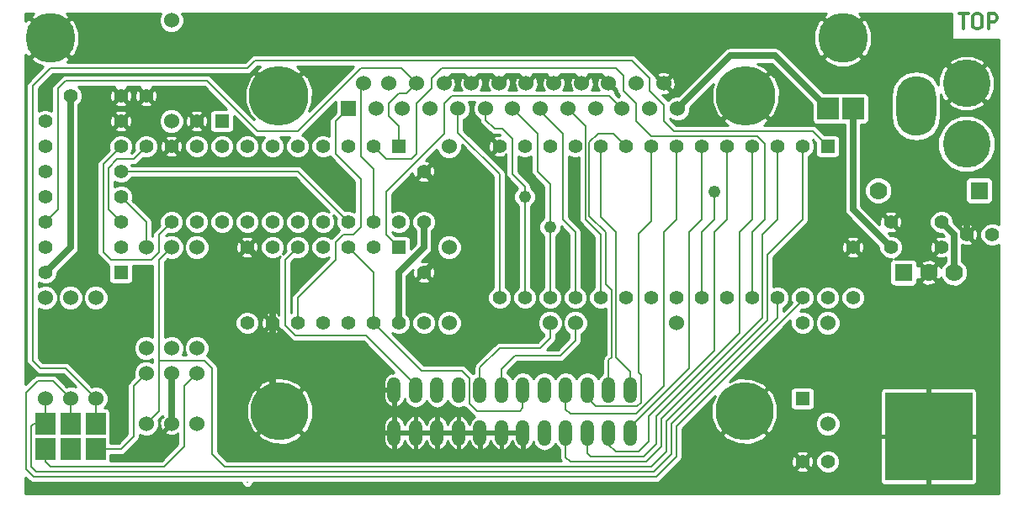
<source format=gtl>
G04 (created by PCBNEW (2013-07-07 BZR 4022)-stable) date 28.12.2015 18:38:58*
%MOIN*%
G04 Gerber Fmt 3.4, Leading zero omitted, Abs format*
%FSLAX34Y34*%
G01*
G70*
G90*
G04 APERTURE LIST*
%ADD10C,0.00393701*%
%ADD11C,0.011811*%
%ADD12C,0.06*%
%ADD13R,0.055X0.055*%
%ADD14C,0.055*%
%ADD15C,0.23622*%
%ADD16R,0.06X0.06*%
%ADD17O,0.052X0.104*%
%ADD18C,0.23*%
%ADD19R,0.07X0.07*%
%ADD20C,0.07*%
%ADD21R,0.35X0.35*%
%ADD22R,0.0787402X0.0866142*%
%ADD23R,0.0866142X0.0866142*%
%ADD24C,0.189*%
%ADD25O,0.15748X0.23622*%
%ADD26C,0.19685*%
%ADD27C,0.048*%
%ADD28C,0.008*%
%ADD29C,0.026*%
%ADD30C,0.0098*%
G04 APERTURE END LIST*
G54D10*
G54D11*
X37226Y-248D02*
X37564Y-248D01*
X37395Y-839D02*
X37395Y-248D01*
X37873Y-248D02*
X37985Y-248D01*
X38042Y-276D01*
X38098Y-332D01*
X38126Y-445D01*
X38126Y-642D01*
X38098Y-754D01*
X38042Y-810D01*
X37985Y-839D01*
X37873Y-839D01*
X37817Y-810D01*
X37760Y-754D01*
X37732Y-642D01*
X37732Y-445D01*
X37760Y-332D01*
X37817Y-276D01*
X37873Y-248D01*
X38379Y-839D02*
X38379Y-248D01*
X38604Y-248D01*
X38660Y-276D01*
X38688Y-304D01*
X38717Y-360D01*
X38717Y-445D01*
X38688Y-501D01*
X38660Y-529D01*
X38604Y-557D01*
X38379Y-557D01*
G54D12*
X17000Y-9500D03*
X17000Y-5500D03*
X3000Y-15500D03*
X3000Y-11500D03*
X2000Y-15500D03*
X2000Y-11500D03*
X1000Y-15500D03*
X1000Y-11500D03*
X6000Y-9500D03*
X6000Y-13500D03*
X17000Y-12500D03*
X21000Y-12500D03*
X6000Y-500D03*
X6000Y-4500D03*
X26000Y-12500D03*
X22000Y-12500D03*
X5000Y-13500D03*
X5000Y-9500D03*
X7000Y-13500D03*
X7000Y-9500D03*
X32000Y-12500D03*
X32000Y-16500D03*
G54D13*
X15000Y-5500D03*
G54D14*
X14000Y-5500D03*
X13000Y-5500D03*
X12000Y-5500D03*
X11000Y-5500D03*
X10000Y-5500D03*
X9000Y-5500D03*
X8000Y-5500D03*
X7000Y-5500D03*
X6000Y-5500D03*
X6000Y-8500D03*
X7000Y-8500D03*
X8000Y-8500D03*
X9000Y-8500D03*
X10000Y-8500D03*
X11000Y-8500D03*
X12000Y-8500D03*
X13000Y-8500D03*
X14000Y-8500D03*
X15000Y-8500D03*
G54D13*
X15000Y-9500D03*
G54D14*
X14000Y-9500D03*
X13000Y-9500D03*
X12000Y-9500D03*
X11000Y-9500D03*
X10000Y-9500D03*
X9000Y-9500D03*
X9000Y-12500D03*
X10000Y-12500D03*
X11000Y-12500D03*
X12000Y-12500D03*
X13000Y-12500D03*
X14000Y-12500D03*
X15000Y-12500D03*
G54D13*
X4000Y-10500D03*
G54D14*
X4000Y-9500D03*
X4000Y-8500D03*
X4000Y-7500D03*
X4000Y-6500D03*
X4000Y-5500D03*
X4000Y-4500D03*
X1000Y-4500D03*
X1000Y-5500D03*
X1000Y-6500D03*
X1000Y-7500D03*
X1000Y-8500D03*
X1000Y-9500D03*
X1000Y-10500D03*
G54D15*
X28750Y-3500D03*
X10250Y-3500D03*
G54D16*
X13000Y-4000D03*
G54D12*
X14100Y-4000D03*
X15150Y-4000D03*
X16250Y-4000D03*
X17350Y-4000D03*
X18450Y-4000D03*
X19500Y-4000D03*
X20600Y-4000D03*
X21700Y-4000D03*
X22800Y-4000D03*
X23850Y-4000D03*
X24950Y-4000D03*
X26050Y-4000D03*
X13620Y-3000D03*
X14620Y-3000D03*
X15720Y-3000D03*
X16800Y-3000D03*
X17880Y-3000D03*
X18980Y-3000D03*
X20060Y-3000D03*
X21140Y-3000D03*
X22260Y-3000D03*
X23320Y-3000D03*
X24400Y-3000D03*
X25500Y-3000D03*
G54D13*
X31000Y-15500D03*
G54D14*
X31000Y-12500D03*
X5000Y-5500D03*
X5000Y-3500D03*
X2000Y-3500D03*
X4000Y-3500D03*
X16000Y-8500D03*
X16000Y-6500D03*
X16000Y-12500D03*
X16000Y-10500D03*
X33000Y-11500D03*
X33000Y-9500D03*
X32000Y-18000D03*
X31000Y-18000D03*
G54D13*
X32000Y-5500D03*
G54D14*
X31000Y-5500D03*
X30000Y-5500D03*
X29000Y-5500D03*
X28000Y-5500D03*
X27000Y-5500D03*
X26000Y-5500D03*
X25000Y-5500D03*
X24000Y-5500D03*
X23000Y-5500D03*
X22000Y-5500D03*
X21000Y-5500D03*
X20000Y-5500D03*
X19000Y-5500D03*
X19000Y-11500D03*
X20000Y-11500D03*
X21000Y-11500D03*
X22000Y-11500D03*
X23000Y-11500D03*
X24000Y-11500D03*
X25000Y-11500D03*
X26000Y-11500D03*
X27000Y-11500D03*
X28000Y-11500D03*
X29000Y-11500D03*
X30000Y-11500D03*
X31000Y-11500D03*
X32000Y-11500D03*
G54D12*
X6000Y-14500D03*
X6000Y-16500D03*
X7000Y-14500D03*
X7000Y-16500D03*
X5000Y-14500D03*
X5000Y-16500D03*
G54D17*
X24175Y-15150D03*
X23325Y-15150D03*
X22475Y-15150D03*
X21625Y-15150D03*
X20775Y-15150D03*
X19925Y-15150D03*
X19075Y-15150D03*
X18225Y-15150D03*
X17375Y-15150D03*
X16525Y-15150D03*
X15675Y-15150D03*
X14825Y-15150D03*
X24175Y-16850D03*
X23325Y-16850D03*
X22475Y-16850D03*
X21625Y-16850D03*
X20775Y-16850D03*
X19925Y-16850D03*
X19075Y-16850D03*
X18225Y-16850D03*
X17375Y-16850D03*
X16525Y-16850D03*
X15675Y-16850D03*
X14825Y-16850D03*
G54D18*
X28710Y-16000D03*
X10290Y-16000D03*
G54D19*
X35000Y-10500D03*
G54D20*
X37000Y-10500D03*
X36000Y-10500D03*
G54D21*
X36000Y-17000D03*
G54D13*
X8000Y-4500D03*
G54D14*
X7000Y-4500D03*
G54D22*
X1000Y-17500D03*
X1000Y-16500D03*
X2000Y-17500D03*
X2000Y-16500D03*
X3000Y-17500D03*
X3000Y-16500D03*
G54D23*
X32000Y-4000D03*
X33000Y-4000D03*
G54D24*
X37500Y-3000D03*
X37500Y-5400D03*
G54D25*
X35500Y-3900D03*
G54D14*
X36500Y-8500D03*
X34500Y-8500D03*
X34500Y-9500D03*
X36500Y-9500D03*
X38500Y-9000D03*
X37500Y-9000D03*
G54D20*
X34000Y-7250D03*
G54D19*
X38000Y-7250D03*
G54D26*
X1200Y-1200D03*
X32600Y-1200D03*
G54D27*
X20000Y-7500D03*
X21000Y-8700D03*
X27500Y-7300D03*
G54D28*
X9000Y-18800D02*
X9000Y-18800D01*
X31000Y-5500D02*
X31000Y-8400D01*
X7300Y-14000D02*
X5500Y-14000D01*
X7600Y-14300D02*
X7300Y-14000D01*
X7600Y-17700D02*
X7600Y-14300D01*
X8100Y-18200D02*
X7600Y-17700D01*
X25000Y-18200D02*
X8100Y-18200D01*
X25600Y-17600D02*
X25000Y-18200D01*
X25600Y-16400D02*
X25600Y-17600D01*
X29600Y-12400D02*
X25600Y-16400D01*
X29600Y-9800D02*
X29600Y-12400D01*
X31000Y-8400D02*
X29600Y-9800D01*
X5000Y-16500D02*
X5500Y-16000D01*
X5500Y-10000D02*
X6000Y-9500D01*
X5500Y-16000D02*
X5500Y-14000D01*
X5500Y-14000D02*
X5500Y-10000D01*
X900Y-18400D02*
X650Y-18400D01*
X9000Y-18400D02*
X900Y-18400D01*
X550Y-16500D02*
X1000Y-16500D01*
X450Y-16600D02*
X550Y-16500D01*
X450Y-18200D02*
X450Y-16600D01*
X650Y-18400D02*
X450Y-18200D01*
X9000Y-18400D02*
X9000Y-18400D01*
X9000Y-18400D02*
X25100Y-18400D01*
X25100Y-18400D02*
X25800Y-17700D01*
X25800Y-17700D02*
X25800Y-16500D01*
X25800Y-16500D02*
X30000Y-12300D01*
X30000Y-11500D02*
X30000Y-12300D01*
X1000Y-15500D02*
X1000Y-16500D01*
X550Y-18600D02*
X25200Y-18600D01*
X250Y-15250D02*
X700Y-14800D01*
X700Y-14800D02*
X1300Y-14800D01*
X2000Y-15500D02*
X1300Y-14800D01*
X31000Y-11600D02*
X31000Y-11500D01*
X550Y-18600D02*
X250Y-18300D01*
X26000Y-17800D02*
X25200Y-18600D01*
X26000Y-16600D02*
X26000Y-17800D01*
X31000Y-11600D02*
X26000Y-16600D01*
X250Y-18300D02*
X250Y-15250D01*
X2000Y-15500D02*
X2000Y-16500D01*
X32000Y-5500D02*
X31400Y-4900D01*
X24950Y-2800D02*
X24250Y-2100D01*
X24950Y-3300D02*
X24950Y-2800D01*
X25500Y-3850D02*
X24950Y-3300D01*
X25500Y-4500D02*
X25500Y-3850D01*
X25900Y-4900D02*
X25500Y-4500D01*
X31400Y-4900D02*
X25900Y-4900D01*
X500Y-14000D02*
X800Y-14300D01*
X800Y-14300D02*
X1800Y-14300D01*
X1800Y-14300D02*
X3000Y-15500D01*
X500Y-14000D02*
X500Y-3100D01*
X500Y-3100D02*
X1200Y-2400D01*
X1200Y-2400D02*
X9000Y-2400D01*
X9000Y-2400D02*
X9300Y-2100D01*
X9300Y-2100D02*
X24250Y-2100D01*
X3000Y-15500D02*
X3000Y-16500D01*
X11000Y-9500D02*
X10500Y-10000D01*
X15675Y-14975D02*
X15675Y-15150D01*
X13700Y-13000D02*
X15675Y-14975D01*
X10900Y-13000D02*
X13700Y-13000D01*
X10500Y-12600D02*
X10900Y-13000D01*
X10500Y-10000D02*
X10500Y-12600D01*
X15000Y-9500D02*
X14500Y-9000D01*
X23350Y-3500D02*
X23850Y-4000D01*
X17100Y-3500D02*
X23350Y-3500D01*
X16800Y-3800D02*
X17100Y-3500D01*
X16800Y-5000D02*
X16800Y-3800D01*
X14500Y-7300D02*
X16800Y-5000D01*
X14500Y-9000D02*
X14500Y-7300D01*
X17350Y-4000D02*
X17350Y-4950D01*
X19000Y-6600D02*
X19000Y-11500D01*
X17350Y-4950D02*
X19000Y-6600D01*
X20000Y-11500D02*
X20000Y-7500D01*
X20000Y-7500D02*
X20000Y-7100D01*
X18450Y-4450D02*
X18450Y-4000D01*
X18800Y-4800D02*
X18450Y-4450D01*
X19100Y-4800D02*
X18800Y-4800D01*
X19500Y-5200D02*
X19100Y-4800D01*
X19500Y-6600D02*
X19500Y-5200D01*
X20000Y-7100D02*
X19500Y-6600D01*
X21000Y-11500D02*
X21000Y-8700D01*
X21000Y-8700D02*
X21000Y-7000D01*
X20500Y-5000D02*
X19500Y-4000D01*
X20500Y-6500D02*
X20500Y-5000D01*
X21000Y-7000D02*
X20500Y-6500D01*
X20600Y-4000D02*
X20600Y-4100D01*
X22000Y-8900D02*
X22000Y-11500D01*
X21500Y-8400D02*
X22000Y-8900D01*
X21500Y-5000D02*
X21500Y-8400D01*
X20600Y-4100D02*
X21500Y-5000D01*
X13000Y-8500D02*
X11000Y-6500D01*
X11000Y-6500D02*
X4000Y-6500D01*
X23000Y-11500D02*
X23000Y-9000D01*
X22400Y-4700D02*
X21700Y-4000D01*
X22400Y-8400D02*
X22400Y-4700D01*
X23000Y-9000D02*
X22400Y-8400D01*
X14000Y-12500D02*
X15900Y-14400D01*
X19925Y-15875D02*
X19925Y-15150D01*
X19800Y-16000D02*
X19925Y-15875D01*
X18100Y-16000D02*
X19800Y-16000D01*
X17800Y-15700D02*
X18100Y-16000D01*
X17800Y-14700D02*
X17800Y-15700D01*
X17500Y-14400D02*
X17800Y-14700D01*
X15900Y-14400D02*
X17500Y-14400D01*
X13000Y-9500D02*
X14000Y-10500D01*
X14000Y-10500D02*
X14000Y-12500D01*
X23000Y-5500D02*
X23000Y-8300D01*
X24175Y-14425D02*
X24175Y-15150D01*
X23600Y-13850D02*
X24175Y-14425D01*
X23600Y-8900D02*
X23600Y-13850D01*
X23000Y-8300D02*
X23600Y-8900D01*
X23200Y-8900D02*
X23200Y-10960D01*
X23500Y-5000D02*
X22900Y-5000D01*
X22900Y-5000D02*
X22560Y-5339D01*
X22560Y-5339D02*
X22560Y-6260D01*
X22560Y-6260D02*
X22560Y-8260D01*
X22560Y-8260D02*
X23200Y-8900D01*
X24000Y-5500D02*
X23500Y-5000D01*
X23325Y-13975D02*
X23325Y-15150D01*
X23439Y-13860D02*
X23325Y-13975D01*
X23439Y-11200D02*
X23439Y-13860D01*
X23200Y-10960D02*
X23439Y-11200D01*
X22475Y-15150D02*
X22475Y-15475D01*
X25000Y-8450D02*
X25000Y-5500D01*
X24500Y-8950D02*
X25000Y-8450D01*
X24500Y-14450D02*
X24500Y-8950D01*
X24600Y-14550D02*
X24500Y-14450D01*
X24600Y-15650D02*
X24600Y-14550D01*
X24450Y-15800D02*
X24600Y-15650D01*
X22800Y-15800D02*
X24450Y-15800D01*
X22475Y-15475D02*
X22800Y-15800D01*
X21625Y-15150D02*
X21625Y-15925D01*
X26000Y-8400D02*
X26000Y-5500D01*
X25500Y-8900D02*
X26000Y-8400D01*
X25500Y-15000D02*
X25500Y-8900D01*
X24400Y-16100D02*
X25500Y-15000D01*
X21800Y-16100D02*
X24400Y-16100D01*
X21625Y-15925D02*
X21800Y-16100D01*
X27000Y-5500D02*
X27000Y-8400D01*
X26500Y-14300D02*
X24012Y-16787D01*
X26500Y-8900D02*
X26500Y-14300D01*
X27000Y-8400D02*
X26500Y-8900D01*
X23325Y-16850D02*
X23325Y-17325D01*
X28000Y-8400D02*
X28000Y-5500D01*
X27500Y-8900D02*
X28000Y-8400D01*
X27500Y-13600D02*
X27500Y-8900D01*
X24900Y-16200D02*
X27500Y-13600D01*
X24900Y-17200D02*
X24900Y-16200D01*
X24500Y-17600D02*
X24900Y-17200D01*
X23600Y-17600D02*
X24500Y-17600D01*
X23325Y-17325D02*
X23600Y-17600D01*
X29000Y-5500D02*
X29000Y-8400D01*
X22475Y-17675D02*
X22475Y-16850D01*
X22600Y-17800D02*
X22475Y-17675D01*
X24700Y-17800D02*
X22600Y-17800D01*
X25200Y-17300D02*
X24700Y-17800D01*
X25200Y-16200D02*
X25200Y-17300D01*
X28500Y-12900D02*
X25200Y-16200D01*
X28500Y-8900D02*
X28500Y-12900D01*
X29000Y-8400D02*
X28500Y-8900D01*
X21625Y-16850D02*
X21625Y-17825D01*
X30000Y-8400D02*
X30000Y-5500D01*
X29400Y-9000D02*
X30000Y-8400D01*
X29400Y-12300D02*
X29400Y-9000D01*
X25400Y-16300D02*
X29400Y-12300D01*
X25400Y-17400D02*
X25400Y-16300D01*
X24800Y-18000D02*
X25400Y-17400D01*
X21800Y-18000D02*
X24800Y-18000D01*
X21625Y-17825D02*
X21800Y-18000D01*
X21000Y-12500D02*
X21000Y-13100D01*
X18225Y-14275D02*
X18225Y-15150D01*
X19000Y-13500D02*
X18225Y-14275D01*
X20600Y-13500D02*
X19000Y-13500D01*
X21000Y-13100D02*
X20600Y-13500D01*
X19075Y-15150D02*
X19075Y-14325D01*
X22000Y-13200D02*
X22000Y-12500D01*
X21400Y-13800D02*
X22000Y-13200D01*
X19600Y-13800D02*
X21400Y-13800D01*
X19075Y-14325D02*
X19600Y-13800D01*
X14000Y-5500D02*
X14500Y-6000D01*
X16300Y-2800D02*
X16700Y-2400D01*
X16300Y-3200D02*
X16300Y-2800D01*
X15700Y-3800D02*
X16300Y-3200D01*
X15700Y-5800D02*
X15700Y-3800D01*
X15500Y-6000D02*
X15700Y-5800D01*
X14500Y-6000D02*
X15500Y-6000D01*
X29000Y-11500D02*
X29000Y-8900D01*
X23600Y-2400D02*
X16700Y-2400D01*
X23900Y-2700D02*
X23600Y-2400D01*
X23900Y-3300D02*
X23900Y-2700D01*
X24400Y-3800D02*
X23900Y-3300D01*
X24400Y-4500D02*
X24400Y-3800D01*
X25000Y-5100D02*
X24400Y-4500D01*
X29200Y-5100D02*
X25000Y-5100D01*
X29500Y-5400D02*
X29200Y-5100D01*
X29500Y-8400D02*
X29500Y-5400D01*
X29000Y-8900D02*
X29500Y-8400D01*
X27500Y-8400D02*
X27000Y-8900D01*
X27000Y-8900D02*
X27000Y-11500D01*
X27500Y-7300D02*
X27500Y-8400D01*
X14000Y-8500D02*
X14000Y-6400D01*
X13500Y-3120D02*
X13620Y-3000D01*
X13500Y-5900D02*
X13500Y-3120D01*
X14000Y-6400D02*
X13500Y-5900D01*
X1000Y-8500D02*
X1500Y-8000D01*
X15120Y-2400D02*
X15720Y-3000D01*
X13500Y-2400D02*
X15120Y-2400D01*
X11000Y-4900D02*
X13500Y-2400D01*
X9400Y-4900D02*
X11000Y-4900D01*
X7400Y-2900D02*
X9400Y-4900D01*
X1800Y-2900D02*
X7400Y-2900D01*
X1500Y-3200D02*
X1800Y-2900D01*
X1500Y-8000D02*
X1500Y-3200D01*
X15000Y-5500D02*
X15000Y-4700D01*
X15320Y-3400D02*
X15720Y-3000D01*
X15000Y-3400D02*
X15320Y-3400D01*
X14600Y-3800D02*
X15000Y-3400D01*
X14600Y-4300D02*
X14600Y-3800D01*
X15000Y-4700D02*
X14600Y-4300D01*
X11000Y-12500D02*
X11000Y-11500D01*
X12500Y-4500D02*
X13000Y-4000D01*
X12500Y-5800D02*
X12500Y-4500D01*
X13500Y-6800D02*
X12500Y-5800D01*
X13500Y-8700D02*
X13500Y-6800D01*
X13200Y-9000D02*
X13500Y-8700D01*
X12800Y-9000D02*
X13200Y-9000D01*
X12500Y-9300D02*
X12800Y-9000D01*
X12500Y-10000D02*
X12500Y-9300D01*
X11000Y-11500D02*
X12500Y-10000D01*
G54D29*
X10000Y-12500D02*
X10000Y-15710D01*
X10000Y-15710D02*
X10290Y-16000D01*
X6000Y-14500D02*
X6000Y-16500D01*
X9000Y-9500D02*
X10000Y-10500D01*
X10000Y-10500D02*
X10000Y-12500D01*
X16000Y-10500D02*
X16400Y-10100D01*
X16700Y-7200D02*
X16000Y-6500D01*
X16700Y-8800D02*
X16700Y-7200D01*
X16400Y-9100D02*
X16700Y-8800D01*
X16400Y-10100D02*
X16400Y-9100D01*
X37500Y-3000D02*
X36500Y-2000D01*
X37500Y-8000D02*
X37500Y-9000D01*
X34250Y-4750D02*
X37500Y-8000D01*
X34250Y-2500D02*
X34250Y-4750D01*
X34750Y-2000D02*
X34250Y-2500D01*
X36500Y-2000D02*
X34750Y-2000D01*
G54D28*
X3000Y-17500D02*
X4000Y-17500D01*
X4500Y-15000D02*
X5000Y-14500D01*
X4500Y-17000D02*
X4500Y-15000D01*
X4000Y-17500D02*
X4500Y-17000D01*
G54D29*
X26050Y-4000D02*
X28150Y-1900D01*
X29900Y-1900D02*
X32000Y-4000D01*
X28150Y-1900D02*
X29900Y-1900D01*
G54D28*
X1000Y-17500D02*
X1000Y-18000D01*
X1200Y-18200D02*
X5700Y-18200D01*
X5700Y-18200D02*
X6500Y-17400D01*
X6500Y-17400D02*
X6500Y-15000D01*
X6500Y-15000D02*
X7000Y-14500D01*
X1000Y-18000D02*
X1200Y-18200D01*
X1000Y-17500D02*
X1000Y-17600D01*
G54D29*
X37000Y-10500D02*
X37000Y-9000D01*
X37000Y-9000D02*
X36500Y-8500D01*
G54D28*
X5000Y-5500D02*
X4500Y-6000D01*
X3500Y-8000D02*
X4000Y-8500D01*
X3500Y-6350D02*
X3500Y-8000D01*
X3850Y-6000D02*
X3500Y-6350D01*
X4500Y-6000D02*
X3850Y-6000D01*
X4000Y-7500D02*
X5000Y-8500D01*
X5000Y-8500D02*
X5000Y-9500D01*
X4000Y-5500D02*
X3300Y-6200D01*
X5500Y-9000D02*
X6000Y-8500D01*
X5500Y-9700D02*
X5500Y-9000D01*
X5200Y-10000D02*
X5500Y-9700D01*
X3600Y-10000D02*
X5200Y-10000D01*
X3300Y-9700D02*
X3600Y-10000D01*
X3300Y-6200D02*
X3300Y-9700D01*
G54D29*
X1000Y-10500D02*
X2000Y-9500D01*
X2000Y-9500D02*
X2000Y-3500D01*
X15000Y-12500D02*
X15000Y-10500D01*
X16000Y-9500D02*
X16000Y-8500D01*
X15000Y-10500D02*
X16000Y-9500D01*
X33000Y-4000D02*
X33000Y-8000D01*
X33000Y-8000D02*
X34500Y-9500D01*
G54D10*
G36*
X6061Y-14505D02*
X6005Y-14561D01*
X6000Y-14555D01*
X5994Y-14561D01*
X5938Y-14505D01*
X5944Y-14500D01*
X5938Y-14494D01*
X5994Y-14438D01*
X6000Y-14444D01*
X6005Y-14438D01*
X6061Y-14494D01*
X6055Y-14500D01*
X6061Y-14505D01*
X6061Y-14505D01*
G37*
G54D30*
X6061Y-14505D02*
X6005Y-14561D01*
X6000Y-14555D01*
X5994Y-14561D01*
X5938Y-14505D01*
X5944Y-14500D01*
X5938Y-14494D01*
X5994Y-14438D01*
X6000Y-14444D01*
X6005Y-14438D01*
X6061Y-14494D01*
X6055Y-14500D01*
X6061Y-14505D01*
G54D10*
G36*
X6261Y-17301D02*
X5601Y-17961D01*
X3592Y-17961D01*
X3592Y-17893D01*
X3592Y-17739D01*
X4000Y-17739D01*
X4091Y-17720D01*
X4091Y-17720D01*
X4168Y-17668D01*
X4668Y-17168D01*
X4720Y-17091D01*
X4738Y-17000D01*
X4739Y-17000D01*
X4739Y-16931D01*
X4900Y-16998D01*
X5098Y-16999D01*
X5282Y-16923D01*
X5422Y-16783D01*
X5498Y-16599D01*
X5499Y-16401D01*
X5480Y-16357D01*
X5641Y-16196D01*
X5666Y-16221D01*
X5592Y-16252D01*
X5529Y-16427D01*
X5537Y-16613D01*
X5592Y-16747D01*
X5666Y-16778D01*
X5944Y-16500D01*
X5938Y-16494D01*
X5994Y-16438D01*
X6000Y-16444D01*
X6005Y-16438D01*
X6061Y-16494D01*
X6055Y-16500D01*
X6061Y-16505D01*
X6005Y-16561D01*
X6000Y-16555D01*
X5944Y-16611D01*
X5721Y-16833D01*
X5752Y-16907D01*
X5927Y-16970D01*
X6113Y-16962D01*
X6247Y-16907D01*
X6261Y-16874D01*
X6261Y-17301D01*
X6261Y-17301D01*
G37*
G54D30*
X6261Y-17301D02*
X5601Y-17961D01*
X3592Y-17961D01*
X3592Y-17893D01*
X3592Y-17739D01*
X4000Y-17739D01*
X4091Y-17720D01*
X4091Y-17720D01*
X4168Y-17668D01*
X4668Y-17168D01*
X4720Y-17091D01*
X4738Y-17000D01*
X4739Y-17000D01*
X4739Y-16931D01*
X4900Y-16998D01*
X5098Y-16999D01*
X5282Y-16923D01*
X5422Y-16783D01*
X5498Y-16599D01*
X5499Y-16401D01*
X5480Y-16357D01*
X5641Y-16196D01*
X5666Y-16221D01*
X5592Y-16252D01*
X5529Y-16427D01*
X5537Y-16613D01*
X5592Y-16747D01*
X5666Y-16778D01*
X5944Y-16500D01*
X5938Y-16494D01*
X5994Y-16438D01*
X6000Y-16444D01*
X6005Y-16438D01*
X6061Y-16494D01*
X6055Y-16500D01*
X6061Y-16505D01*
X6005Y-16561D01*
X6000Y-16555D01*
X5944Y-16611D01*
X5721Y-16833D01*
X5752Y-16907D01*
X5927Y-16970D01*
X6113Y-16962D01*
X6247Y-16907D01*
X6261Y-16874D01*
X6261Y-17301D01*
G54D10*
G36*
X13223Y-2339D02*
X11458Y-4103D01*
X11595Y-3782D01*
X11600Y-3246D01*
X11400Y-2748D01*
X11384Y-2724D01*
X11219Y-2585D01*
X10305Y-3500D01*
X10311Y-3505D01*
X10255Y-3561D01*
X10250Y-3555D01*
X10244Y-3561D01*
X10194Y-3511D01*
X10188Y-3505D01*
X10194Y-3500D01*
X9280Y-2585D01*
X9115Y-2724D01*
X8904Y-3217D01*
X8899Y-3753D01*
X9099Y-4251D01*
X9115Y-4275D01*
X9280Y-4414D01*
X9266Y-4428D01*
X7568Y-2731D01*
X7491Y-2679D01*
X7400Y-2661D01*
X1800Y-2661D01*
X1708Y-2679D01*
X1631Y-2731D01*
X1331Y-3031D01*
X1279Y-3108D01*
X1261Y-3200D01*
X1261Y-4095D01*
X1094Y-4026D01*
X906Y-4025D01*
X739Y-4094D01*
X739Y-3198D01*
X1298Y-2639D01*
X9000Y-2639D01*
X9091Y-2620D01*
X9091Y-2620D01*
X9168Y-2568D01*
X9398Y-2339D01*
X9523Y-2339D01*
X9498Y-2349D01*
X9474Y-2365D01*
X9335Y-2530D01*
X10250Y-3444D01*
X11164Y-2530D01*
X11025Y-2365D01*
X10964Y-2339D01*
X13223Y-2339D01*
X13223Y-2339D01*
G37*
G54D30*
X13223Y-2339D02*
X11458Y-4103D01*
X11595Y-3782D01*
X11600Y-3246D01*
X11400Y-2748D01*
X11384Y-2724D01*
X11219Y-2585D01*
X10305Y-3500D01*
X10311Y-3505D01*
X10255Y-3561D01*
X10250Y-3555D01*
X10244Y-3561D01*
X10194Y-3511D01*
X10188Y-3505D01*
X10194Y-3500D01*
X9280Y-2585D01*
X9115Y-2724D01*
X8904Y-3217D01*
X8899Y-3753D01*
X9099Y-4251D01*
X9115Y-4275D01*
X9280Y-4414D01*
X9266Y-4428D01*
X7568Y-2731D01*
X7491Y-2679D01*
X7400Y-2661D01*
X1800Y-2661D01*
X1708Y-2679D01*
X1631Y-2731D01*
X1331Y-3031D01*
X1279Y-3108D01*
X1261Y-3200D01*
X1261Y-4095D01*
X1094Y-4026D01*
X906Y-4025D01*
X739Y-4094D01*
X739Y-3198D01*
X1298Y-2639D01*
X9000Y-2639D01*
X9091Y-2620D01*
X9091Y-2620D01*
X9168Y-2568D01*
X9398Y-2339D01*
X9523Y-2339D01*
X9498Y-2349D01*
X9474Y-2365D01*
X9335Y-2530D01*
X10250Y-3444D01*
X11164Y-2530D01*
X11025Y-2365D01*
X10964Y-2339D01*
X13223Y-2339D01*
G54D10*
G36*
X13261Y-8095D02*
X13094Y-8026D01*
X12906Y-8025D01*
X12876Y-8038D01*
X11168Y-6331D01*
X11091Y-6279D01*
X11000Y-6261D01*
X9474Y-6261D01*
X9474Y-5406D01*
X9402Y-5231D01*
X9268Y-5098D01*
X9094Y-5026D01*
X8906Y-5025D01*
X8731Y-5097D01*
X8598Y-5231D01*
X8526Y-5405D01*
X8525Y-5593D01*
X8597Y-5768D01*
X8731Y-5901D01*
X8905Y-5973D01*
X9093Y-5974D01*
X9268Y-5902D01*
X9401Y-5768D01*
X9473Y-5594D01*
X9474Y-5406D01*
X9474Y-6261D01*
X8474Y-6261D01*
X8474Y-5406D01*
X8402Y-5231D01*
X8268Y-5098D01*
X8094Y-5026D01*
X7906Y-5025D01*
X7731Y-5097D01*
X7598Y-5231D01*
X7526Y-5405D01*
X7525Y-5593D01*
X7597Y-5768D01*
X7731Y-5901D01*
X7905Y-5973D01*
X8093Y-5974D01*
X8268Y-5902D01*
X8401Y-5768D01*
X8473Y-5594D01*
X8474Y-5406D01*
X8474Y-6261D01*
X7474Y-6261D01*
X7474Y-5406D01*
X7445Y-5337D01*
X7445Y-4566D01*
X7437Y-4390D01*
X7386Y-4268D01*
X7315Y-4240D01*
X7259Y-4295D01*
X7259Y-4184D01*
X7231Y-4113D01*
X7066Y-4054D01*
X6890Y-4062D01*
X6768Y-4113D01*
X6740Y-4184D01*
X7000Y-4444D01*
X7259Y-4184D01*
X7259Y-4295D01*
X7055Y-4500D01*
X7315Y-4759D01*
X7386Y-4731D01*
X7445Y-4566D01*
X7445Y-5337D01*
X7402Y-5231D01*
X7268Y-5098D01*
X7259Y-5094D01*
X7259Y-4815D01*
X7000Y-4555D01*
X6944Y-4611D01*
X6944Y-4500D01*
X6684Y-4240D01*
X6613Y-4268D01*
X6554Y-4433D01*
X6562Y-4609D01*
X6613Y-4731D01*
X6684Y-4759D01*
X6944Y-4500D01*
X6944Y-4611D01*
X6740Y-4815D01*
X6768Y-4886D01*
X6933Y-4945D01*
X7109Y-4937D01*
X7231Y-4886D01*
X7259Y-4815D01*
X7259Y-5094D01*
X7094Y-5026D01*
X6906Y-5025D01*
X6731Y-5097D01*
X6598Y-5231D01*
X6526Y-5405D01*
X6525Y-5593D01*
X6597Y-5768D01*
X6731Y-5901D01*
X6905Y-5973D01*
X7093Y-5974D01*
X7268Y-5902D01*
X7401Y-5768D01*
X7473Y-5594D01*
X7474Y-5406D01*
X7474Y-6261D01*
X6499Y-6261D01*
X6499Y-4401D01*
X6423Y-4217D01*
X6283Y-4077D01*
X6099Y-4001D01*
X5901Y-4000D01*
X5717Y-4076D01*
X5577Y-4216D01*
X5501Y-4400D01*
X5500Y-4598D01*
X5576Y-4782D01*
X5716Y-4922D01*
X5900Y-4998D01*
X6098Y-4999D01*
X6282Y-4923D01*
X6422Y-4783D01*
X6498Y-4599D01*
X6499Y-4401D01*
X6499Y-6261D01*
X6445Y-6261D01*
X6445Y-5566D01*
X6437Y-5390D01*
X6386Y-5268D01*
X6315Y-5240D01*
X6259Y-5295D01*
X6259Y-5184D01*
X6231Y-5113D01*
X6066Y-5054D01*
X5890Y-5062D01*
X5768Y-5113D01*
X5740Y-5184D01*
X6000Y-5444D01*
X6259Y-5184D01*
X6259Y-5295D01*
X6055Y-5500D01*
X6315Y-5759D01*
X6386Y-5731D01*
X6445Y-5566D01*
X6445Y-6261D01*
X6259Y-6261D01*
X6259Y-5815D01*
X6000Y-5555D01*
X5944Y-5611D01*
X5944Y-5500D01*
X5684Y-5240D01*
X5613Y-5268D01*
X5554Y-5433D01*
X5562Y-5609D01*
X5613Y-5731D01*
X5684Y-5759D01*
X5944Y-5500D01*
X5944Y-5611D01*
X5740Y-5815D01*
X5768Y-5886D01*
X5933Y-5945D01*
X6109Y-5937D01*
X6231Y-5886D01*
X6259Y-5815D01*
X6259Y-6261D01*
X4414Y-6261D01*
X4405Y-6239D01*
X4500Y-6239D01*
X4591Y-6220D01*
X4591Y-6220D01*
X4668Y-6168D01*
X4876Y-5961D01*
X4905Y-5973D01*
X5093Y-5974D01*
X5268Y-5902D01*
X5401Y-5768D01*
X5473Y-5594D01*
X5474Y-5406D01*
X5445Y-5337D01*
X5445Y-3566D01*
X5437Y-3390D01*
X5386Y-3268D01*
X5315Y-3240D01*
X5055Y-3500D01*
X5315Y-3759D01*
X5386Y-3731D01*
X5445Y-3566D01*
X5445Y-5337D01*
X5402Y-5231D01*
X5268Y-5098D01*
X5259Y-5094D01*
X5259Y-3815D01*
X5000Y-3555D01*
X4944Y-3611D01*
X4944Y-3500D01*
X4684Y-3240D01*
X4613Y-3268D01*
X4554Y-3433D01*
X4562Y-3609D01*
X4613Y-3731D01*
X4684Y-3759D01*
X4944Y-3500D01*
X4944Y-3611D01*
X4740Y-3815D01*
X4768Y-3886D01*
X4933Y-3945D01*
X5109Y-3937D01*
X5231Y-3886D01*
X5259Y-3815D01*
X5259Y-5094D01*
X5094Y-5026D01*
X4906Y-5025D01*
X4731Y-5097D01*
X4598Y-5231D01*
X4526Y-5405D01*
X4525Y-5593D01*
X4538Y-5623D01*
X4407Y-5754D01*
X4473Y-5594D01*
X4474Y-5406D01*
X4445Y-5337D01*
X4445Y-4566D01*
X4445Y-3566D01*
X4437Y-3390D01*
X4386Y-3268D01*
X4315Y-3240D01*
X4055Y-3500D01*
X4315Y-3759D01*
X4386Y-3731D01*
X4445Y-3566D01*
X4445Y-4566D01*
X4437Y-4390D01*
X4386Y-4268D01*
X4315Y-4240D01*
X4259Y-4295D01*
X4259Y-4184D01*
X4259Y-3815D01*
X4000Y-3555D01*
X3944Y-3611D01*
X3944Y-3500D01*
X3684Y-3240D01*
X3613Y-3268D01*
X3554Y-3433D01*
X3562Y-3609D01*
X3613Y-3731D01*
X3684Y-3759D01*
X3944Y-3500D01*
X3944Y-3611D01*
X3740Y-3815D01*
X3768Y-3886D01*
X3933Y-3945D01*
X4109Y-3937D01*
X4231Y-3886D01*
X4259Y-3815D01*
X4259Y-4184D01*
X4231Y-4113D01*
X4066Y-4054D01*
X3890Y-4062D01*
X3768Y-4113D01*
X3740Y-4184D01*
X4000Y-4444D01*
X4259Y-4184D01*
X4259Y-4295D01*
X4055Y-4500D01*
X4315Y-4759D01*
X4386Y-4731D01*
X4445Y-4566D01*
X4445Y-5337D01*
X4402Y-5231D01*
X4268Y-5098D01*
X4259Y-5094D01*
X4259Y-4815D01*
X4000Y-4555D01*
X3944Y-4611D01*
X3944Y-4500D01*
X3684Y-4240D01*
X3613Y-4268D01*
X3554Y-4433D01*
X3562Y-4609D01*
X3613Y-4731D01*
X3684Y-4759D01*
X3944Y-4500D01*
X3944Y-4611D01*
X3740Y-4815D01*
X3768Y-4886D01*
X3933Y-4945D01*
X4109Y-4937D01*
X4231Y-4886D01*
X4259Y-4815D01*
X4259Y-5094D01*
X4094Y-5026D01*
X3906Y-5025D01*
X3731Y-5097D01*
X3598Y-5231D01*
X3526Y-5405D01*
X3525Y-5593D01*
X3538Y-5623D01*
X3131Y-6031D01*
X3079Y-6108D01*
X3061Y-6200D01*
X3061Y-9700D01*
X3079Y-9791D01*
X3131Y-9868D01*
X3431Y-10168D01*
X3431Y-10168D01*
X3508Y-10220D01*
X3526Y-10224D01*
X3525Y-10264D01*
X3525Y-10814D01*
X3556Y-10887D01*
X3612Y-10943D01*
X3685Y-10973D01*
X3764Y-10974D01*
X4314Y-10974D01*
X4387Y-10943D01*
X4443Y-10887D01*
X4473Y-10814D01*
X4474Y-10735D01*
X4474Y-10239D01*
X5200Y-10239D01*
X5261Y-10226D01*
X5261Y-13068D01*
X5099Y-13001D01*
X4901Y-13000D01*
X4717Y-13076D01*
X4577Y-13216D01*
X4501Y-13400D01*
X4500Y-13598D01*
X4576Y-13782D01*
X4716Y-13922D01*
X4900Y-13998D01*
X5098Y-13999D01*
X5261Y-13932D01*
X5261Y-14000D01*
X5261Y-14068D01*
X5099Y-14001D01*
X4901Y-14000D01*
X4717Y-14076D01*
X4577Y-14216D01*
X4501Y-14400D01*
X4500Y-14598D01*
X4519Y-14642D01*
X4331Y-14831D01*
X4279Y-14908D01*
X4261Y-15000D01*
X4261Y-16901D01*
X3901Y-17261D01*
X3592Y-17261D01*
X3592Y-17027D01*
X3581Y-17000D01*
X3592Y-16972D01*
X3592Y-16893D01*
X3592Y-16027D01*
X3562Y-15954D01*
X3506Y-15898D01*
X3433Y-15867D01*
X3354Y-15867D01*
X3337Y-15867D01*
X3422Y-15783D01*
X3498Y-15599D01*
X3499Y-15401D01*
X3499Y-11401D01*
X3423Y-11217D01*
X3283Y-11077D01*
X3099Y-11001D01*
X2901Y-11000D01*
X2717Y-11076D01*
X2577Y-11216D01*
X2501Y-11400D01*
X2500Y-11598D01*
X2576Y-11782D01*
X2716Y-11922D01*
X2900Y-11998D01*
X3098Y-11999D01*
X3282Y-11923D01*
X3422Y-11783D01*
X3498Y-11599D01*
X3499Y-11401D01*
X3499Y-15401D01*
X3423Y-15217D01*
X3283Y-15077D01*
X3099Y-15001D01*
X2901Y-15000D01*
X2857Y-15019D01*
X2499Y-14661D01*
X2499Y-11401D01*
X2423Y-11217D01*
X2283Y-11077D01*
X2099Y-11001D01*
X1901Y-11000D01*
X1717Y-11076D01*
X1577Y-11216D01*
X1501Y-11400D01*
X1500Y-11598D01*
X1576Y-11782D01*
X1716Y-11922D01*
X1900Y-11998D01*
X2098Y-11999D01*
X2282Y-11923D01*
X2422Y-11783D01*
X2498Y-11599D01*
X2499Y-11401D01*
X2499Y-14661D01*
X1968Y-14131D01*
X1891Y-14079D01*
X1800Y-14061D01*
X898Y-14061D01*
X739Y-13901D01*
X739Y-11931D01*
X900Y-11998D01*
X1098Y-11999D01*
X1282Y-11923D01*
X1422Y-11783D01*
X1498Y-11599D01*
X1499Y-11401D01*
X1423Y-11217D01*
X1283Y-11077D01*
X1099Y-11001D01*
X901Y-11000D01*
X739Y-11067D01*
X739Y-10904D01*
X905Y-10973D01*
X1093Y-10974D01*
X1268Y-10902D01*
X1401Y-10768D01*
X1473Y-10594D01*
X1474Y-10491D01*
X2232Y-9732D01*
X2303Y-9625D01*
X2303Y-9625D01*
X2329Y-9500D01*
X2329Y-3841D01*
X2401Y-3768D01*
X2473Y-3594D01*
X2474Y-3406D01*
X2402Y-3231D01*
X2309Y-3139D01*
X3757Y-3139D01*
X3740Y-3184D01*
X4000Y-3444D01*
X4259Y-3184D01*
X4242Y-3139D01*
X4757Y-3139D01*
X4740Y-3184D01*
X5000Y-3444D01*
X5259Y-3184D01*
X5242Y-3139D01*
X7301Y-3139D01*
X8187Y-4025D01*
X7685Y-4025D01*
X7612Y-4056D01*
X7556Y-4112D01*
X7526Y-4185D01*
X7525Y-4264D01*
X7525Y-4814D01*
X7556Y-4887D01*
X7612Y-4943D01*
X7685Y-4973D01*
X7764Y-4974D01*
X8314Y-4974D01*
X8387Y-4943D01*
X8443Y-4887D01*
X8473Y-4814D01*
X8474Y-4735D01*
X8474Y-4312D01*
X9231Y-5068D01*
X9231Y-5068D01*
X9308Y-5120D01*
X9399Y-5138D01*
X9400Y-5139D01*
X9690Y-5139D01*
X9598Y-5231D01*
X9526Y-5405D01*
X9525Y-5593D01*
X9597Y-5768D01*
X9731Y-5901D01*
X9905Y-5973D01*
X10093Y-5974D01*
X10268Y-5902D01*
X10401Y-5768D01*
X10473Y-5594D01*
X10474Y-5406D01*
X10402Y-5231D01*
X10309Y-5139D01*
X10690Y-5139D01*
X10598Y-5231D01*
X10526Y-5405D01*
X10525Y-5593D01*
X10597Y-5768D01*
X10731Y-5901D01*
X10905Y-5973D01*
X11093Y-5974D01*
X11268Y-5902D01*
X11401Y-5768D01*
X11473Y-5594D01*
X11474Y-5406D01*
X11402Y-5231D01*
X11268Y-5098D01*
X11177Y-5060D01*
X12500Y-3737D01*
X12500Y-3739D01*
X12500Y-4161D01*
X12331Y-4331D01*
X12279Y-4408D01*
X12261Y-4500D01*
X12261Y-5095D01*
X12094Y-5026D01*
X11906Y-5025D01*
X11731Y-5097D01*
X11598Y-5231D01*
X11526Y-5405D01*
X11525Y-5593D01*
X11597Y-5768D01*
X11731Y-5901D01*
X11905Y-5973D01*
X12093Y-5974D01*
X12268Y-5902D01*
X12279Y-5891D01*
X12279Y-5891D01*
X12331Y-5968D01*
X13261Y-6898D01*
X13261Y-8095D01*
X13261Y-8095D01*
G37*
G54D30*
X13261Y-8095D02*
X13094Y-8026D01*
X12906Y-8025D01*
X12876Y-8038D01*
X11168Y-6331D01*
X11091Y-6279D01*
X11000Y-6261D01*
X9474Y-6261D01*
X9474Y-5406D01*
X9402Y-5231D01*
X9268Y-5098D01*
X9094Y-5026D01*
X8906Y-5025D01*
X8731Y-5097D01*
X8598Y-5231D01*
X8526Y-5405D01*
X8525Y-5593D01*
X8597Y-5768D01*
X8731Y-5901D01*
X8905Y-5973D01*
X9093Y-5974D01*
X9268Y-5902D01*
X9401Y-5768D01*
X9473Y-5594D01*
X9474Y-5406D01*
X9474Y-6261D01*
X8474Y-6261D01*
X8474Y-5406D01*
X8402Y-5231D01*
X8268Y-5098D01*
X8094Y-5026D01*
X7906Y-5025D01*
X7731Y-5097D01*
X7598Y-5231D01*
X7526Y-5405D01*
X7525Y-5593D01*
X7597Y-5768D01*
X7731Y-5901D01*
X7905Y-5973D01*
X8093Y-5974D01*
X8268Y-5902D01*
X8401Y-5768D01*
X8473Y-5594D01*
X8474Y-5406D01*
X8474Y-6261D01*
X7474Y-6261D01*
X7474Y-5406D01*
X7445Y-5337D01*
X7445Y-4566D01*
X7437Y-4390D01*
X7386Y-4268D01*
X7315Y-4240D01*
X7259Y-4295D01*
X7259Y-4184D01*
X7231Y-4113D01*
X7066Y-4054D01*
X6890Y-4062D01*
X6768Y-4113D01*
X6740Y-4184D01*
X7000Y-4444D01*
X7259Y-4184D01*
X7259Y-4295D01*
X7055Y-4500D01*
X7315Y-4759D01*
X7386Y-4731D01*
X7445Y-4566D01*
X7445Y-5337D01*
X7402Y-5231D01*
X7268Y-5098D01*
X7259Y-5094D01*
X7259Y-4815D01*
X7000Y-4555D01*
X6944Y-4611D01*
X6944Y-4500D01*
X6684Y-4240D01*
X6613Y-4268D01*
X6554Y-4433D01*
X6562Y-4609D01*
X6613Y-4731D01*
X6684Y-4759D01*
X6944Y-4500D01*
X6944Y-4611D01*
X6740Y-4815D01*
X6768Y-4886D01*
X6933Y-4945D01*
X7109Y-4937D01*
X7231Y-4886D01*
X7259Y-4815D01*
X7259Y-5094D01*
X7094Y-5026D01*
X6906Y-5025D01*
X6731Y-5097D01*
X6598Y-5231D01*
X6526Y-5405D01*
X6525Y-5593D01*
X6597Y-5768D01*
X6731Y-5901D01*
X6905Y-5973D01*
X7093Y-5974D01*
X7268Y-5902D01*
X7401Y-5768D01*
X7473Y-5594D01*
X7474Y-5406D01*
X7474Y-6261D01*
X6499Y-6261D01*
X6499Y-4401D01*
X6423Y-4217D01*
X6283Y-4077D01*
X6099Y-4001D01*
X5901Y-4000D01*
X5717Y-4076D01*
X5577Y-4216D01*
X5501Y-4400D01*
X5500Y-4598D01*
X5576Y-4782D01*
X5716Y-4922D01*
X5900Y-4998D01*
X6098Y-4999D01*
X6282Y-4923D01*
X6422Y-4783D01*
X6498Y-4599D01*
X6499Y-4401D01*
X6499Y-6261D01*
X6445Y-6261D01*
X6445Y-5566D01*
X6437Y-5390D01*
X6386Y-5268D01*
X6315Y-5240D01*
X6259Y-5295D01*
X6259Y-5184D01*
X6231Y-5113D01*
X6066Y-5054D01*
X5890Y-5062D01*
X5768Y-5113D01*
X5740Y-5184D01*
X6000Y-5444D01*
X6259Y-5184D01*
X6259Y-5295D01*
X6055Y-5500D01*
X6315Y-5759D01*
X6386Y-5731D01*
X6445Y-5566D01*
X6445Y-6261D01*
X6259Y-6261D01*
X6259Y-5815D01*
X6000Y-5555D01*
X5944Y-5611D01*
X5944Y-5500D01*
X5684Y-5240D01*
X5613Y-5268D01*
X5554Y-5433D01*
X5562Y-5609D01*
X5613Y-5731D01*
X5684Y-5759D01*
X5944Y-5500D01*
X5944Y-5611D01*
X5740Y-5815D01*
X5768Y-5886D01*
X5933Y-5945D01*
X6109Y-5937D01*
X6231Y-5886D01*
X6259Y-5815D01*
X6259Y-6261D01*
X4414Y-6261D01*
X4405Y-6239D01*
X4500Y-6239D01*
X4591Y-6220D01*
X4591Y-6220D01*
X4668Y-6168D01*
X4876Y-5961D01*
X4905Y-5973D01*
X5093Y-5974D01*
X5268Y-5902D01*
X5401Y-5768D01*
X5473Y-5594D01*
X5474Y-5406D01*
X5445Y-5337D01*
X5445Y-3566D01*
X5437Y-3390D01*
X5386Y-3268D01*
X5315Y-3240D01*
X5055Y-3500D01*
X5315Y-3759D01*
X5386Y-3731D01*
X5445Y-3566D01*
X5445Y-5337D01*
X5402Y-5231D01*
X5268Y-5098D01*
X5259Y-5094D01*
X5259Y-3815D01*
X5000Y-3555D01*
X4944Y-3611D01*
X4944Y-3500D01*
X4684Y-3240D01*
X4613Y-3268D01*
X4554Y-3433D01*
X4562Y-3609D01*
X4613Y-3731D01*
X4684Y-3759D01*
X4944Y-3500D01*
X4944Y-3611D01*
X4740Y-3815D01*
X4768Y-3886D01*
X4933Y-3945D01*
X5109Y-3937D01*
X5231Y-3886D01*
X5259Y-3815D01*
X5259Y-5094D01*
X5094Y-5026D01*
X4906Y-5025D01*
X4731Y-5097D01*
X4598Y-5231D01*
X4526Y-5405D01*
X4525Y-5593D01*
X4538Y-5623D01*
X4407Y-5754D01*
X4473Y-5594D01*
X4474Y-5406D01*
X4445Y-5337D01*
X4445Y-4566D01*
X4445Y-3566D01*
X4437Y-3390D01*
X4386Y-3268D01*
X4315Y-3240D01*
X4055Y-3500D01*
X4315Y-3759D01*
X4386Y-3731D01*
X4445Y-3566D01*
X4445Y-4566D01*
X4437Y-4390D01*
X4386Y-4268D01*
X4315Y-4240D01*
X4259Y-4295D01*
X4259Y-4184D01*
X4259Y-3815D01*
X4000Y-3555D01*
X3944Y-3611D01*
X3944Y-3500D01*
X3684Y-3240D01*
X3613Y-3268D01*
X3554Y-3433D01*
X3562Y-3609D01*
X3613Y-3731D01*
X3684Y-3759D01*
X3944Y-3500D01*
X3944Y-3611D01*
X3740Y-3815D01*
X3768Y-3886D01*
X3933Y-3945D01*
X4109Y-3937D01*
X4231Y-3886D01*
X4259Y-3815D01*
X4259Y-4184D01*
X4231Y-4113D01*
X4066Y-4054D01*
X3890Y-4062D01*
X3768Y-4113D01*
X3740Y-4184D01*
X4000Y-4444D01*
X4259Y-4184D01*
X4259Y-4295D01*
X4055Y-4500D01*
X4315Y-4759D01*
X4386Y-4731D01*
X4445Y-4566D01*
X4445Y-5337D01*
X4402Y-5231D01*
X4268Y-5098D01*
X4259Y-5094D01*
X4259Y-4815D01*
X4000Y-4555D01*
X3944Y-4611D01*
X3944Y-4500D01*
X3684Y-4240D01*
X3613Y-4268D01*
X3554Y-4433D01*
X3562Y-4609D01*
X3613Y-4731D01*
X3684Y-4759D01*
X3944Y-4500D01*
X3944Y-4611D01*
X3740Y-4815D01*
X3768Y-4886D01*
X3933Y-4945D01*
X4109Y-4937D01*
X4231Y-4886D01*
X4259Y-4815D01*
X4259Y-5094D01*
X4094Y-5026D01*
X3906Y-5025D01*
X3731Y-5097D01*
X3598Y-5231D01*
X3526Y-5405D01*
X3525Y-5593D01*
X3538Y-5623D01*
X3131Y-6031D01*
X3079Y-6108D01*
X3061Y-6200D01*
X3061Y-9700D01*
X3079Y-9791D01*
X3131Y-9868D01*
X3431Y-10168D01*
X3431Y-10168D01*
X3508Y-10220D01*
X3526Y-10224D01*
X3525Y-10264D01*
X3525Y-10814D01*
X3556Y-10887D01*
X3612Y-10943D01*
X3685Y-10973D01*
X3764Y-10974D01*
X4314Y-10974D01*
X4387Y-10943D01*
X4443Y-10887D01*
X4473Y-10814D01*
X4474Y-10735D01*
X4474Y-10239D01*
X5200Y-10239D01*
X5261Y-10226D01*
X5261Y-13068D01*
X5099Y-13001D01*
X4901Y-13000D01*
X4717Y-13076D01*
X4577Y-13216D01*
X4501Y-13400D01*
X4500Y-13598D01*
X4576Y-13782D01*
X4716Y-13922D01*
X4900Y-13998D01*
X5098Y-13999D01*
X5261Y-13932D01*
X5261Y-14000D01*
X5261Y-14068D01*
X5099Y-14001D01*
X4901Y-14000D01*
X4717Y-14076D01*
X4577Y-14216D01*
X4501Y-14400D01*
X4500Y-14598D01*
X4519Y-14642D01*
X4331Y-14831D01*
X4279Y-14908D01*
X4261Y-15000D01*
X4261Y-16901D01*
X3901Y-17261D01*
X3592Y-17261D01*
X3592Y-17027D01*
X3581Y-17000D01*
X3592Y-16972D01*
X3592Y-16893D01*
X3592Y-16027D01*
X3562Y-15954D01*
X3506Y-15898D01*
X3433Y-15867D01*
X3354Y-15867D01*
X3337Y-15867D01*
X3422Y-15783D01*
X3498Y-15599D01*
X3499Y-15401D01*
X3499Y-11401D01*
X3423Y-11217D01*
X3283Y-11077D01*
X3099Y-11001D01*
X2901Y-11000D01*
X2717Y-11076D01*
X2577Y-11216D01*
X2501Y-11400D01*
X2500Y-11598D01*
X2576Y-11782D01*
X2716Y-11922D01*
X2900Y-11998D01*
X3098Y-11999D01*
X3282Y-11923D01*
X3422Y-11783D01*
X3498Y-11599D01*
X3499Y-11401D01*
X3499Y-15401D01*
X3423Y-15217D01*
X3283Y-15077D01*
X3099Y-15001D01*
X2901Y-15000D01*
X2857Y-15019D01*
X2499Y-14661D01*
X2499Y-11401D01*
X2423Y-11217D01*
X2283Y-11077D01*
X2099Y-11001D01*
X1901Y-11000D01*
X1717Y-11076D01*
X1577Y-11216D01*
X1501Y-11400D01*
X1500Y-11598D01*
X1576Y-11782D01*
X1716Y-11922D01*
X1900Y-11998D01*
X2098Y-11999D01*
X2282Y-11923D01*
X2422Y-11783D01*
X2498Y-11599D01*
X2499Y-11401D01*
X2499Y-14661D01*
X1968Y-14131D01*
X1891Y-14079D01*
X1800Y-14061D01*
X898Y-14061D01*
X739Y-13901D01*
X739Y-11931D01*
X900Y-11998D01*
X1098Y-11999D01*
X1282Y-11923D01*
X1422Y-11783D01*
X1498Y-11599D01*
X1499Y-11401D01*
X1423Y-11217D01*
X1283Y-11077D01*
X1099Y-11001D01*
X901Y-11000D01*
X739Y-11067D01*
X739Y-10904D01*
X905Y-10973D01*
X1093Y-10974D01*
X1268Y-10902D01*
X1401Y-10768D01*
X1473Y-10594D01*
X1474Y-10491D01*
X2232Y-9732D01*
X2303Y-9625D01*
X2303Y-9625D01*
X2329Y-9500D01*
X2329Y-3841D01*
X2401Y-3768D01*
X2473Y-3594D01*
X2474Y-3406D01*
X2402Y-3231D01*
X2309Y-3139D01*
X3757Y-3139D01*
X3740Y-3184D01*
X4000Y-3444D01*
X4259Y-3184D01*
X4242Y-3139D01*
X4757Y-3139D01*
X4740Y-3184D01*
X5000Y-3444D01*
X5259Y-3184D01*
X5242Y-3139D01*
X7301Y-3139D01*
X8187Y-4025D01*
X7685Y-4025D01*
X7612Y-4056D01*
X7556Y-4112D01*
X7526Y-4185D01*
X7525Y-4264D01*
X7525Y-4814D01*
X7556Y-4887D01*
X7612Y-4943D01*
X7685Y-4973D01*
X7764Y-4974D01*
X8314Y-4974D01*
X8387Y-4943D01*
X8443Y-4887D01*
X8473Y-4814D01*
X8474Y-4735D01*
X8474Y-4312D01*
X9231Y-5068D01*
X9231Y-5068D01*
X9308Y-5120D01*
X9399Y-5138D01*
X9400Y-5139D01*
X9690Y-5139D01*
X9598Y-5231D01*
X9526Y-5405D01*
X9525Y-5593D01*
X9597Y-5768D01*
X9731Y-5901D01*
X9905Y-5973D01*
X10093Y-5974D01*
X10268Y-5902D01*
X10401Y-5768D01*
X10473Y-5594D01*
X10474Y-5406D01*
X10402Y-5231D01*
X10309Y-5139D01*
X10690Y-5139D01*
X10598Y-5231D01*
X10526Y-5405D01*
X10525Y-5593D01*
X10597Y-5768D01*
X10731Y-5901D01*
X10905Y-5973D01*
X11093Y-5974D01*
X11268Y-5902D01*
X11401Y-5768D01*
X11473Y-5594D01*
X11474Y-5406D01*
X11402Y-5231D01*
X11268Y-5098D01*
X11177Y-5060D01*
X12500Y-3737D01*
X12500Y-3739D01*
X12500Y-4161D01*
X12331Y-4331D01*
X12279Y-4408D01*
X12261Y-4500D01*
X12261Y-5095D01*
X12094Y-5026D01*
X11906Y-5025D01*
X11731Y-5097D01*
X11598Y-5231D01*
X11526Y-5405D01*
X11525Y-5593D01*
X11597Y-5768D01*
X11731Y-5901D01*
X11905Y-5973D01*
X12093Y-5974D01*
X12268Y-5902D01*
X12279Y-5891D01*
X12279Y-5891D01*
X12331Y-5968D01*
X13261Y-6898D01*
X13261Y-8095D01*
G54D10*
G36*
X21433Y-17961D02*
X19885Y-17961D01*
X19885Y-17493D01*
X19885Y-16889D01*
X19502Y-16889D01*
X19497Y-16889D01*
X19114Y-16889D01*
X19114Y-17493D01*
X19180Y-17523D01*
X19201Y-17519D01*
X19349Y-17439D01*
X19454Y-17309D01*
X19500Y-17156D01*
X19545Y-17309D01*
X19650Y-17439D01*
X19798Y-17519D01*
X19819Y-17523D01*
X19885Y-17493D01*
X19885Y-17961D01*
X19035Y-17961D01*
X19035Y-17493D01*
X19035Y-16889D01*
X18652Y-16889D01*
X18647Y-16889D01*
X18264Y-16889D01*
X18264Y-17493D01*
X18330Y-17523D01*
X18351Y-17519D01*
X18499Y-17439D01*
X18604Y-17309D01*
X18650Y-17156D01*
X18695Y-17309D01*
X18800Y-17439D01*
X18948Y-17519D01*
X18969Y-17523D01*
X19035Y-17493D01*
X19035Y-17961D01*
X18185Y-17961D01*
X18185Y-17493D01*
X18185Y-16889D01*
X17802Y-16889D01*
X17797Y-16889D01*
X17414Y-16889D01*
X17414Y-17493D01*
X17480Y-17523D01*
X17501Y-17519D01*
X17649Y-17439D01*
X17754Y-17309D01*
X17800Y-17156D01*
X17845Y-17309D01*
X17950Y-17439D01*
X18098Y-17519D01*
X18119Y-17523D01*
X18185Y-17493D01*
X18185Y-17961D01*
X17335Y-17961D01*
X17335Y-17493D01*
X17335Y-16889D01*
X17335Y-16810D01*
X17335Y-16206D01*
X17269Y-16176D01*
X17248Y-16180D01*
X17100Y-16260D01*
X16995Y-16390D01*
X16950Y-16543D01*
X16904Y-16390D01*
X16799Y-16260D01*
X16651Y-16180D01*
X16630Y-16176D01*
X16564Y-16206D01*
X16564Y-16810D01*
X16947Y-16810D01*
X16952Y-16810D01*
X17335Y-16810D01*
X17335Y-16889D01*
X16952Y-16889D01*
X16947Y-16889D01*
X16564Y-16889D01*
X16564Y-17493D01*
X16630Y-17523D01*
X16651Y-17519D01*
X16799Y-17439D01*
X16904Y-17309D01*
X16950Y-17156D01*
X16995Y-17309D01*
X17100Y-17439D01*
X17248Y-17519D01*
X17269Y-17523D01*
X17335Y-17493D01*
X17335Y-17961D01*
X16485Y-17961D01*
X16485Y-17493D01*
X16485Y-16889D01*
X16485Y-16810D01*
X16485Y-16206D01*
X16419Y-16176D01*
X16398Y-16180D01*
X16250Y-16260D01*
X16145Y-16390D01*
X16100Y-16543D01*
X16054Y-16390D01*
X15949Y-16260D01*
X15801Y-16180D01*
X15780Y-16176D01*
X15714Y-16206D01*
X15714Y-16810D01*
X16097Y-16810D01*
X16102Y-16810D01*
X16485Y-16810D01*
X16485Y-16889D01*
X16102Y-16889D01*
X16097Y-16889D01*
X15714Y-16889D01*
X15714Y-17493D01*
X15780Y-17523D01*
X15801Y-17519D01*
X15949Y-17439D01*
X16054Y-17309D01*
X16100Y-17156D01*
X16145Y-17309D01*
X16250Y-17439D01*
X16398Y-17519D01*
X16419Y-17523D01*
X16485Y-17493D01*
X16485Y-17961D01*
X15635Y-17961D01*
X15635Y-17493D01*
X15635Y-16889D01*
X15635Y-16810D01*
X15635Y-16206D01*
X15569Y-16176D01*
X15548Y-16180D01*
X15400Y-16260D01*
X15295Y-16390D01*
X15250Y-16543D01*
X15204Y-16390D01*
X15099Y-16260D01*
X14951Y-16180D01*
X14930Y-16176D01*
X14864Y-16206D01*
X14864Y-16810D01*
X15247Y-16810D01*
X15252Y-16810D01*
X15635Y-16810D01*
X15635Y-16889D01*
X15252Y-16889D01*
X15247Y-16889D01*
X14864Y-16889D01*
X14864Y-17493D01*
X14930Y-17523D01*
X14951Y-17519D01*
X15099Y-17439D01*
X15204Y-17309D01*
X15250Y-17156D01*
X15295Y-17309D01*
X15400Y-17439D01*
X15548Y-17519D01*
X15569Y-17523D01*
X15635Y-17493D01*
X15635Y-17961D01*
X14785Y-17961D01*
X14785Y-17493D01*
X14785Y-16889D01*
X14785Y-16810D01*
X14785Y-16206D01*
X14785Y-15793D01*
X14785Y-15189D01*
X14397Y-15189D01*
X14397Y-15449D01*
X14445Y-15609D01*
X14550Y-15739D01*
X14698Y-15819D01*
X14719Y-15823D01*
X14785Y-15793D01*
X14785Y-16206D01*
X14719Y-16176D01*
X14698Y-16180D01*
X14550Y-16260D01*
X14445Y-16390D01*
X14397Y-16550D01*
X14397Y-16810D01*
X14785Y-16810D01*
X14785Y-16889D01*
X14397Y-16889D01*
X14397Y-17149D01*
X14445Y-17309D01*
X14550Y-17439D01*
X14698Y-17519D01*
X14719Y-17523D01*
X14785Y-17493D01*
X14785Y-17961D01*
X11609Y-17961D01*
X11609Y-15750D01*
X11413Y-15264D01*
X11399Y-15242D01*
X11237Y-15108D01*
X11181Y-15164D01*
X11181Y-15052D01*
X11047Y-14890D01*
X10564Y-14685D01*
X10259Y-14682D01*
X10259Y-12815D01*
X10000Y-12555D01*
X9944Y-12611D01*
X9944Y-12500D01*
X9684Y-12240D01*
X9613Y-12268D01*
X9554Y-12433D01*
X9562Y-12609D01*
X9613Y-12731D01*
X9684Y-12759D01*
X9944Y-12500D01*
X9944Y-12611D01*
X9740Y-12815D01*
X9768Y-12886D01*
X9933Y-12945D01*
X10109Y-12937D01*
X10231Y-12886D01*
X10259Y-12815D01*
X10259Y-14682D01*
X10040Y-14680D01*
X9554Y-14876D01*
X9532Y-14890D01*
X9474Y-14961D01*
X9474Y-12406D01*
X9474Y-8406D01*
X9402Y-8231D01*
X9268Y-8098D01*
X9094Y-8026D01*
X8906Y-8025D01*
X8731Y-8097D01*
X8598Y-8231D01*
X8526Y-8405D01*
X8525Y-8593D01*
X8597Y-8768D01*
X8731Y-8901D01*
X8905Y-8973D01*
X9093Y-8974D01*
X9268Y-8902D01*
X9401Y-8768D01*
X9473Y-8594D01*
X9474Y-8406D01*
X9474Y-12406D01*
X9445Y-12337D01*
X9445Y-9566D01*
X9437Y-9390D01*
X9386Y-9268D01*
X9315Y-9240D01*
X9259Y-9295D01*
X9259Y-9184D01*
X9231Y-9113D01*
X9066Y-9054D01*
X8890Y-9062D01*
X8768Y-9113D01*
X8740Y-9184D01*
X9000Y-9444D01*
X9259Y-9184D01*
X9259Y-9295D01*
X9055Y-9500D01*
X9315Y-9759D01*
X9386Y-9731D01*
X9445Y-9566D01*
X9445Y-12337D01*
X9402Y-12231D01*
X9268Y-12098D01*
X9259Y-12094D01*
X9259Y-9815D01*
X9000Y-9555D01*
X8944Y-9611D01*
X8944Y-9500D01*
X8684Y-9240D01*
X8613Y-9268D01*
X8554Y-9433D01*
X8562Y-9609D01*
X8613Y-9731D01*
X8684Y-9759D01*
X8944Y-9500D01*
X8944Y-9611D01*
X8740Y-9815D01*
X8768Y-9886D01*
X8933Y-9945D01*
X9109Y-9937D01*
X9231Y-9886D01*
X9259Y-9815D01*
X9259Y-12094D01*
X9094Y-12026D01*
X8906Y-12025D01*
X8731Y-12097D01*
X8598Y-12231D01*
X8526Y-12405D01*
X8525Y-12593D01*
X8597Y-12768D01*
X8731Y-12901D01*
X8905Y-12973D01*
X9093Y-12974D01*
X9268Y-12902D01*
X9401Y-12768D01*
X9473Y-12594D01*
X9474Y-12406D01*
X9474Y-14961D01*
X9398Y-15052D01*
X10290Y-15944D01*
X11181Y-15052D01*
X11181Y-15164D01*
X10345Y-16000D01*
X11237Y-16891D01*
X11399Y-16757D01*
X11604Y-16274D01*
X11609Y-15750D01*
X11609Y-17961D01*
X11181Y-17961D01*
X11181Y-16947D01*
X10290Y-16055D01*
X10234Y-16111D01*
X10234Y-16000D01*
X9342Y-15108D01*
X9180Y-15242D01*
X8975Y-15725D01*
X8970Y-16249D01*
X9166Y-16735D01*
X9180Y-16757D01*
X9342Y-16891D01*
X10234Y-16000D01*
X10234Y-16111D01*
X9398Y-16947D01*
X9532Y-17109D01*
X10015Y-17314D01*
X10539Y-17319D01*
X11025Y-17123D01*
X11047Y-17109D01*
X11181Y-16947D01*
X11181Y-17961D01*
X8474Y-17961D01*
X8474Y-8406D01*
X8402Y-8231D01*
X8268Y-8098D01*
X8094Y-8026D01*
X7906Y-8025D01*
X7731Y-8097D01*
X7598Y-8231D01*
X7526Y-8405D01*
X7525Y-8593D01*
X7597Y-8768D01*
X7731Y-8901D01*
X7905Y-8973D01*
X8093Y-8974D01*
X8268Y-8902D01*
X8401Y-8768D01*
X8473Y-8594D01*
X8474Y-8406D01*
X8474Y-17961D01*
X8198Y-17961D01*
X7839Y-17601D01*
X7839Y-14300D01*
X7838Y-14299D01*
X7820Y-14208D01*
X7768Y-14131D01*
X7768Y-14131D01*
X7468Y-13831D01*
X7412Y-13793D01*
X7422Y-13783D01*
X7498Y-13599D01*
X7499Y-13401D01*
X7499Y-9401D01*
X7474Y-9340D01*
X7474Y-8406D01*
X7402Y-8231D01*
X7268Y-8098D01*
X7094Y-8026D01*
X6906Y-8025D01*
X6731Y-8097D01*
X6598Y-8231D01*
X6526Y-8405D01*
X6525Y-8593D01*
X6597Y-8768D01*
X6731Y-8901D01*
X6905Y-8973D01*
X7093Y-8974D01*
X7268Y-8902D01*
X7401Y-8768D01*
X7473Y-8594D01*
X7474Y-8406D01*
X7474Y-9340D01*
X7423Y-9217D01*
X7283Y-9077D01*
X7099Y-9001D01*
X6901Y-9000D01*
X6717Y-9076D01*
X6577Y-9216D01*
X6501Y-9400D01*
X6500Y-9598D01*
X6576Y-9782D01*
X6716Y-9922D01*
X6900Y-9998D01*
X7098Y-9999D01*
X7282Y-9923D01*
X7422Y-9783D01*
X7498Y-9599D01*
X7499Y-9401D01*
X7499Y-13401D01*
X7423Y-13217D01*
X7283Y-13077D01*
X7099Y-13001D01*
X6901Y-13000D01*
X6717Y-13076D01*
X6577Y-13216D01*
X6501Y-13400D01*
X6500Y-13598D01*
X6567Y-13761D01*
X6431Y-13761D01*
X6498Y-13599D01*
X6499Y-13401D01*
X6423Y-13217D01*
X6283Y-13077D01*
X6099Y-13001D01*
X5901Y-13000D01*
X5739Y-13067D01*
X5739Y-10098D01*
X5857Y-9980D01*
X5900Y-9998D01*
X6098Y-9999D01*
X6282Y-9923D01*
X6422Y-9783D01*
X6498Y-9599D01*
X6499Y-9401D01*
X6423Y-9217D01*
X6283Y-9077D01*
X6099Y-9001D01*
X5901Y-9000D01*
X5791Y-9046D01*
X5876Y-8961D01*
X5905Y-8973D01*
X6093Y-8974D01*
X6268Y-8902D01*
X6401Y-8768D01*
X6473Y-8594D01*
X6474Y-8406D01*
X6402Y-8231D01*
X6268Y-8098D01*
X6094Y-8026D01*
X5906Y-8025D01*
X5731Y-8097D01*
X5598Y-8231D01*
X5526Y-8405D01*
X5525Y-8593D01*
X5538Y-8623D01*
X5331Y-8831D01*
X5279Y-8908D01*
X5261Y-9000D01*
X5261Y-9068D01*
X5239Y-9058D01*
X5239Y-8500D01*
X5220Y-8408D01*
X5168Y-8331D01*
X5168Y-8331D01*
X4461Y-7623D01*
X4473Y-7594D01*
X4474Y-7406D01*
X4402Y-7231D01*
X4268Y-7098D01*
X4094Y-7026D01*
X3906Y-7025D01*
X3739Y-7094D01*
X3739Y-6904D01*
X3905Y-6973D01*
X4093Y-6974D01*
X4268Y-6902D01*
X4401Y-6768D01*
X4413Y-6739D01*
X10901Y-6739D01*
X12254Y-8092D01*
X12094Y-8026D01*
X11906Y-8025D01*
X11731Y-8097D01*
X11598Y-8231D01*
X11526Y-8405D01*
X11525Y-8593D01*
X11597Y-8768D01*
X11731Y-8901D01*
X11905Y-8973D01*
X12093Y-8974D01*
X12268Y-8902D01*
X12401Y-8768D01*
X12473Y-8594D01*
X12474Y-8406D01*
X12407Y-8245D01*
X12538Y-8376D01*
X12526Y-8405D01*
X12525Y-8593D01*
X12597Y-8768D01*
X12648Y-8819D01*
X12631Y-8831D01*
X12331Y-9131D01*
X12319Y-9148D01*
X12268Y-9098D01*
X12094Y-9026D01*
X11906Y-9025D01*
X11731Y-9097D01*
X11598Y-9231D01*
X11526Y-9405D01*
X11525Y-9593D01*
X11597Y-9768D01*
X11731Y-9901D01*
X11905Y-9973D01*
X12093Y-9974D01*
X12254Y-9907D01*
X10831Y-11331D01*
X10779Y-11408D01*
X10761Y-11500D01*
X10761Y-12085D01*
X10739Y-12094D01*
X10739Y-10098D01*
X10876Y-9961D01*
X10905Y-9973D01*
X11093Y-9974D01*
X11268Y-9902D01*
X11401Y-9768D01*
X11473Y-9594D01*
X11474Y-9406D01*
X11474Y-8406D01*
X11402Y-8231D01*
X11268Y-8098D01*
X11094Y-8026D01*
X10906Y-8025D01*
X10731Y-8097D01*
X10598Y-8231D01*
X10526Y-8405D01*
X10525Y-8593D01*
X10597Y-8768D01*
X10731Y-8901D01*
X10905Y-8973D01*
X11093Y-8974D01*
X11268Y-8902D01*
X11401Y-8768D01*
X11473Y-8594D01*
X11474Y-8406D01*
X11474Y-9406D01*
X11402Y-9231D01*
X11268Y-9098D01*
X11094Y-9026D01*
X10906Y-9025D01*
X10731Y-9097D01*
X10598Y-9231D01*
X10526Y-9405D01*
X10525Y-9593D01*
X10538Y-9623D01*
X10407Y-9754D01*
X10473Y-9594D01*
X10474Y-9406D01*
X10474Y-8406D01*
X10402Y-8231D01*
X10268Y-8098D01*
X10094Y-8026D01*
X9906Y-8025D01*
X9731Y-8097D01*
X9598Y-8231D01*
X9526Y-8405D01*
X9525Y-8593D01*
X9597Y-8768D01*
X9731Y-8901D01*
X9905Y-8973D01*
X10093Y-8974D01*
X10268Y-8902D01*
X10401Y-8768D01*
X10473Y-8594D01*
X10474Y-8406D01*
X10474Y-9406D01*
X10402Y-9231D01*
X10268Y-9098D01*
X10094Y-9026D01*
X9906Y-9025D01*
X9731Y-9097D01*
X9598Y-9231D01*
X9526Y-9405D01*
X9525Y-9593D01*
X9597Y-9768D01*
X9731Y-9901D01*
X9905Y-9973D01*
X10093Y-9974D01*
X10268Y-9902D01*
X10314Y-9856D01*
X10279Y-9908D01*
X10261Y-10000D01*
X10261Y-12183D01*
X10259Y-12184D01*
X10231Y-12113D01*
X10066Y-12054D01*
X9890Y-12062D01*
X9768Y-12113D01*
X9740Y-12184D01*
X10000Y-12444D01*
X10005Y-12438D01*
X10061Y-12494D01*
X10055Y-12500D01*
X10315Y-12759D01*
X10323Y-12757D01*
X10331Y-12768D01*
X10731Y-13168D01*
X10731Y-13168D01*
X10808Y-13220D01*
X10899Y-13238D01*
X10900Y-13239D01*
X13601Y-13239D01*
X14824Y-14462D01*
X14785Y-14462D01*
X14785Y-14506D01*
X14719Y-14476D01*
X14698Y-14480D01*
X14550Y-14560D01*
X14445Y-14690D01*
X14397Y-14850D01*
X14397Y-15110D01*
X14785Y-15110D01*
X14785Y-15102D01*
X14864Y-15102D01*
X14864Y-15110D01*
X14872Y-15110D01*
X14872Y-15189D01*
X14864Y-15189D01*
X14864Y-15793D01*
X14930Y-15823D01*
X14951Y-15819D01*
X15099Y-15739D01*
X15204Y-15609D01*
X15233Y-15512D01*
X15250Y-15599D01*
X15350Y-15748D01*
X15499Y-15848D01*
X15675Y-15883D01*
X15850Y-15848D01*
X15999Y-15748D01*
X16099Y-15599D01*
X16100Y-15595D01*
X16100Y-15599D01*
X16200Y-15748D01*
X16349Y-15848D01*
X16525Y-15883D01*
X16700Y-15848D01*
X16849Y-15748D01*
X16949Y-15599D01*
X16950Y-15595D01*
X16950Y-15599D01*
X17050Y-15748D01*
X17199Y-15848D01*
X17375Y-15883D01*
X17550Y-15848D01*
X17596Y-15817D01*
X17631Y-15868D01*
X17931Y-16168D01*
X17931Y-16168D01*
X18008Y-16220D01*
X18019Y-16222D01*
X17950Y-16260D01*
X17845Y-16390D01*
X17800Y-16543D01*
X17754Y-16390D01*
X17649Y-16260D01*
X17501Y-16180D01*
X17480Y-16176D01*
X17414Y-16206D01*
X17414Y-16810D01*
X17797Y-16810D01*
X17802Y-16810D01*
X18185Y-16810D01*
X18185Y-16802D01*
X18264Y-16802D01*
X18264Y-16810D01*
X18647Y-16810D01*
X18652Y-16810D01*
X19035Y-16810D01*
X19035Y-16802D01*
X19114Y-16802D01*
X19114Y-16810D01*
X19497Y-16810D01*
X19502Y-16810D01*
X19885Y-16810D01*
X19885Y-16802D01*
X19964Y-16802D01*
X19964Y-16810D01*
X19972Y-16810D01*
X19972Y-16889D01*
X19964Y-16889D01*
X19964Y-17493D01*
X20030Y-17523D01*
X20051Y-17519D01*
X20199Y-17439D01*
X20304Y-17309D01*
X20333Y-17212D01*
X20350Y-17299D01*
X20450Y-17448D01*
X20599Y-17548D01*
X20775Y-17583D01*
X20950Y-17548D01*
X21099Y-17448D01*
X21199Y-17299D01*
X21200Y-17295D01*
X21200Y-17299D01*
X21300Y-17448D01*
X21386Y-17505D01*
X21386Y-17825D01*
X21404Y-17916D01*
X21433Y-17961D01*
X21433Y-17961D01*
G37*
G54D30*
X21433Y-17961D02*
X19885Y-17961D01*
X19885Y-17493D01*
X19885Y-16889D01*
X19502Y-16889D01*
X19497Y-16889D01*
X19114Y-16889D01*
X19114Y-17493D01*
X19180Y-17523D01*
X19201Y-17519D01*
X19349Y-17439D01*
X19454Y-17309D01*
X19500Y-17156D01*
X19545Y-17309D01*
X19650Y-17439D01*
X19798Y-17519D01*
X19819Y-17523D01*
X19885Y-17493D01*
X19885Y-17961D01*
X19035Y-17961D01*
X19035Y-17493D01*
X19035Y-16889D01*
X18652Y-16889D01*
X18647Y-16889D01*
X18264Y-16889D01*
X18264Y-17493D01*
X18330Y-17523D01*
X18351Y-17519D01*
X18499Y-17439D01*
X18604Y-17309D01*
X18650Y-17156D01*
X18695Y-17309D01*
X18800Y-17439D01*
X18948Y-17519D01*
X18969Y-17523D01*
X19035Y-17493D01*
X19035Y-17961D01*
X18185Y-17961D01*
X18185Y-17493D01*
X18185Y-16889D01*
X17802Y-16889D01*
X17797Y-16889D01*
X17414Y-16889D01*
X17414Y-17493D01*
X17480Y-17523D01*
X17501Y-17519D01*
X17649Y-17439D01*
X17754Y-17309D01*
X17800Y-17156D01*
X17845Y-17309D01*
X17950Y-17439D01*
X18098Y-17519D01*
X18119Y-17523D01*
X18185Y-17493D01*
X18185Y-17961D01*
X17335Y-17961D01*
X17335Y-17493D01*
X17335Y-16889D01*
X17335Y-16810D01*
X17335Y-16206D01*
X17269Y-16176D01*
X17248Y-16180D01*
X17100Y-16260D01*
X16995Y-16390D01*
X16950Y-16543D01*
X16904Y-16390D01*
X16799Y-16260D01*
X16651Y-16180D01*
X16630Y-16176D01*
X16564Y-16206D01*
X16564Y-16810D01*
X16947Y-16810D01*
X16952Y-16810D01*
X17335Y-16810D01*
X17335Y-16889D01*
X16952Y-16889D01*
X16947Y-16889D01*
X16564Y-16889D01*
X16564Y-17493D01*
X16630Y-17523D01*
X16651Y-17519D01*
X16799Y-17439D01*
X16904Y-17309D01*
X16950Y-17156D01*
X16995Y-17309D01*
X17100Y-17439D01*
X17248Y-17519D01*
X17269Y-17523D01*
X17335Y-17493D01*
X17335Y-17961D01*
X16485Y-17961D01*
X16485Y-17493D01*
X16485Y-16889D01*
X16485Y-16810D01*
X16485Y-16206D01*
X16419Y-16176D01*
X16398Y-16180D01*
X16250Y-16260D01*
X16145Y-16390D01*
X16100Y-16543D01*
X16054Y-16390D01*
X15949Y-16260D01*
X15801Y-16180D01*
X15780Y-16176D01*
X15714Y-16206D01*
X15714Y-16810D01*
X16097Y-16810D01*
X16102Y-16810D01*
X16485Y-16810D01*
X16485Y-16889D01*
X16102Y-16889D01*
X16097Y-16889D01*
X15714Y-16889D01*
X15714Y-17493D01*
X15780Y-17523D01*
X15801Y-17519D01*
X15949Y-17439D01*
X16054Y-17309D01*
X16100Y-17156D01*
X16145Y-17309D01*
X16250Y-17439D01*
X16398Y-17519D01*
X16419Y-17523D01*
X16485Y-17493D01*
X16485Y-17961D01*
X15635Y-17961D01*
X15635Y-17493D01*
X15635Y-16889D01*
X15635Y-16810D01*
X15635Y-16206D01*
X15569Y-16176D01*
X15548Y-16180D01*
X15400Y-16260D01*
X15295Y-16390D01*
X15250Y-16543D01*
X15204Y-16390D01*
X15099Y-16260D01*
X14951Y-16180D01*
X14930Y-16176D01*
X14864Y-16206D01*
X14864Y-16810D01*
X15247Y-16810D01*
X15252Y-16810D01*
X15635Y-16810D01*
X15635Y-16889D01*
X15252Y-16889D01*
X15247Y-16889D01*
X14864Y-16889D01*
X14864Y-17493D01*
X14930Y-17523D01*
X14951Y-17519D01*
X15099Y-17439D01*
X15204Y-17309D01*
X15250Y-17156D01*
X15295Y-17309D01*
X15400Y-17439D01*
X15548Y-17519D01*
X15569Y-17523D01*
X15635Y-17493D01*
X15635Y-17961D01*
X14785Y-17961D01*
X14785Y-17493D01*
X14785Y-16889D01*
X14785Y-16810D01*
X14785Y-16206D01*
X14785Y-15793D01*
X14785Y-15189D01*
X14397Y-15189D01*
X14397Y-15449D01*
X14445Y-15609D01*
X14550Y-15739D01*
X14698Y-15819D01*
X14719Y-15823D01*
X14785Y-15793D01*
X14785Y-16206D01*
X14719Y-16176D01*
X14698Y-16180D01*
X14550Y-16260D01*
X14445Y-16390D01*
X14397Y-16550D01*
X14397Y-16810D01*
X14785Y-16810D01*
X14785Y-16889D01*
X14397Y-16889D01*
X14397Y-17149D01*
X14445Y-17309D01*
X14550Y-17439D01*
X14698Y-17519D01*
X14719Y-17523D01*
X14785Y-17493D01*
X14785Y-17961D01*
X11609Y-17961D01*
X11609Y-15750D01*
X11413Y-15264D01*
X11399Y-15242D01*
X11237Y-15108D01*
X11181Y-15164D01*
X11181Y-15052D01*
X11047Y-14890D01*
X10564Y-14685D01*
X10259Y-14682D01*
X10259Y-12815D01*
X10000Y-12555D01*
X9944Y-12611D01*
X9944Y-12500D01*
X9684Y-12240D01*
X9613Y-12268D01*
X9554Y-12433D01*
X9562Y-12609D01*
X9613Y-12731D01*
X9684Y-12759D01*
X9944Y-12500D01*
X9944Y-12611D01*
X9740Y-12815D01*
X9768Y-12886D01*
X9933Y-12945D01*
X10109Y-12937D01*
X10231Y-12886D01*
X10259Y-12815D01*
X10259Y-14682D01*
X10040Y-14680D01*
X9554Y-14876D01*
X9532Y-14890D01*
X9474Y-14961D01*
X9474Y-12406D01*
X9474Y-8406D01*
X9402Y-8231D01*
X9268Y-8098D01*
X9094Y-8026D01*
X8906Y-8025D01*
X8731Y-8097D01*
X8598Y-8231D01*
X8526Y-8405D01*
X8525Y-8593D01*
X8597Y-8768D01*
X8731Y-8901D01*
X8905Y-8973D01*
X9093Y-8974D01*
X9268Y-8902D01*
X9401Y-8768D01*
X9473Y-8594D01*
X9474Y-8406D01*
X9474Y-12406D01*
X9445Y-12337D01*
X9445Y-9566D01*
X9437Y-9390D01*
X9386Y-9268D01*
X9315Y-9240D01*
X9259Y-9295D01*
X9259Y-9184D01*
X9231Y-9113D01*
X9066Y-9054D01*
X8890Y-9062D01*
X8768Y-9113D01*
X8740Y-9184D01*
X9000Y-9444D01*
X9259Y-9184D01*
X9259Y-9295D01*
X9055Y-9500D01*
X9315Y-9759D01*
X9386Y-9731D01*
X9445Y-9566D01*
X9445Y-12337D01*
X9402Y-12231D01*
X9268Y-12098D01*
X9259Y-12094D01*
X9259Y-9815D01*
X9000Y-9555D01*
X8944Y-9611D01*
X8944Y-9500D01*
X8684Y-9240D01*
X8613Y-9268D01*
X8554Y-9433D01*
X8562Y-9609D01*
X8613Y-9731D01*
X8684Y-9759D01*
X8944Y-9500D01*
X8944Y-9611D01*
X8740Y-9815D01*
X8768Y-9886D01*
X8933Y-9945D01*
X9109Y-9937D01*
X9231Y-9886D01*
X9259Y-9815D01*
X9259Y-12094D01*
X9094Y-12026D01*
X8906Y-12025D01*
X8731Y-12097D01*
X8598Y-12231D01*
X8526Y-12405D01*
X8525Y-12593D01*
X8597Y-12768D01*
X8731Y-12901D01*
X8905Y-12973D01*
X9093Y-12974D01*
X9268Y-12902D01*
X9401Y-12768D01*
X9473Y-12594D01*
X9474Y-12406D01*
X9474Y-14961D01*
X9398Y-15052D01*
X10290Y-15944D01*
X11181Y-15052D01*
X11181Y-15164D01*
X10345Y-16000D01*
X11237Y-16891D01*
X11399Y-16757D01*
X11604Y-16274D01*
X11609Y-15750D01*
X11609Y-17961D01*
X11181Y-17961D01*
X11181Y-16947D01*
X10290Y-16055D01*
X10234Y-16111D01*
X10234Y-16000D01*
X9342Y-15108D01*
X9180Y-15242D01*
X8975Y-15725D01*
X8970Y-16249D01*
X9166Y-16735D01*
X9180Y-16757D01*
X9342Y-16891D01*
X10234Y-16000D01*
X10234Y-16111D01*
X9398Y-16947D01*
X9532Y-17109D01*
X10015Y-17314D01*
X10539Y-17319D01*
X11025Y-17123D01*
X11047Y-17109D01*
X11181Y-16947D01*
X11181Y-17961D01*
X8474Y-17961D01*
X8474Y-8406D01*
X8402Y-8231D01*
X8268Y-8098D01*
X8094Y-8026D01*
X7906Y-8025D01*
X7731Y-8097D01*
X7598Y-8231D01*
X7526Y-8405D01*
X7525Y-8593D01*
X7597Y-8768D01*
X7731Y-8901D01*
X7905Y-8973D01*
X8093Y-8974D01*
X8268Y-8902D01*
X8401Y-8768D01*
X8473Y-8594D01*
X8474Y-8406D01*
X8474Y-17961D01*
X8198Y-17961D01*
X7839Y-17601D01*
X7839Y-14300D01*
X7838Y-14299D01*
X7820Y-14208D01*
X7768Y-14131D01*
X7768Y-14131D01*
X7468Y-13831D01*
X7412Y-13793D01*
X7422Y-13783D01*
X7498Y-13599D01*
X7499Y-13401D01*
X7499Y-9401D01*
X7474Y-9340D01*
X7474Y-8406D01*
X7402Y-8231D01*
X7268Y-8098D01*
X7094Y-8026D01*
X6906Y-8025D01*
X6731Y-8097D01*
X6598Y-8231D01*
X6526Y-8405D01*
X6525Y-8593D01*
X6597Y-8768D01*
X6731Y-8901D01*
X6905Y-8973D01*
X7093Y-8974D01*
X7268Y-8902D01*
X7401Y-8768D01*
X7473Y-8594D01*
X7474Y-8406D01*
X7474Y-9340D01*
X7423Y-9217D01*
X7283Y-9077D01*
X7099Y-9001D01*
X6901Y-9000D01*
X6717Y-9076D01*
X6577Y-9216D01*
X6501Y-9400D01*
X6500Y-9598D01*
X6576Y-9782D01*
X6716Y-9922D01*
X6900Y-9998D01*
X7098Y-9999D01*
X7282Y-9923D01*
X7422Y-9783D01*
X7498Y-9599D01*
X7499Y-9401D01*
X7499Y-13401D01*
X7423Y-13217D01*
X7283Y-13077D01*
X7099Y-13001D01*
X6901Y-13000D01*
X6717Y-13076D01*
X6577Y-13216D01*
X6501Y-13400D01*
X6500Y-13598D01*
X6567Y-13761D01*
X6431Y-13761D01*
X6498Y-13599D01*
X6499Y-13401D01*
X6423Y-13217D01*
X6283Y-13077D01*
X6099Y-13001D01*
X5901Y-13000D01*
X5739Y-13067D01*
X5739Y-10098D01*
X5857Y-9980D01*
X5900Y-9998D01*
X6098Y-9999D01*
X6282Y-9923D01*
X6422Y-9783D01*
X6498Y-9599D01*
X6499Y-9401D01*
X6423Y-9217D01*
X6283Y-9077D01*
X6099Y-9001D01*
X5901Y-9000D01*
X5791Y-9046D01*
X5876Y-8961D01*
X5905Y-8973D01*
X6093Y-8974D01*
X6268Y-8902D01*
X6401Y-8768D01*
X6473Y-8594D01*
X6474Y-8406D01*
X6402Y-8231D01*
X6268Y-8098D01*
X6094Y-8026D01*
X5906Y-8025D01*
X5731Y-8097D01*
X5598Y-8231D01*
X5526Y-8405D01*
X5525Y-8593D01*
X5538Y-8623D01*
X5331Y-8831D01*
X5279Y-8908D01*
X5261Y-9000D01*
X5261Y-9068D01*
X5239Y-9058D01*
X5239Y-8500D01*
X5220Y-8408D01*
X5168Y-8331D01*
X5168Y-8331D01*
X4461Y-7623D01*
X4473Y-7594D01*
X4474Y-7406D01*
X4402Y-7231D01*
X4268Y-7098D01*
X4094Y-7026D01*
X3906Y-7025D01*
X3739Y-7094D01*
X3739Y-6904D01*
X3905Y-6973D01*
X4093Y-6974D01*
X4268Y-6902D01*
X4401Y-6768D01*
X4413Y-6739D01*
X10901Y-6739D01*
X12254Y-8092D01*
X12094Y-8026D01*
X11906Y-8025D01*
X11731Y-8097D01*
X11598Y-8231D01*
X11526Y-8405D01*
X11525Y-8593D01*
X11597Y-8768D01*
X11731Y-8901D01*
X11905Y-8973D01*
X12093Y-8974D01*
X12268Y-8902D01*
X12401Y-8768D01*
X12473Y-8594D01*
X12474Y-8406D01*
X12407Y-8245D01*
X12538Y-8376D01*
X12526Y-8405D01*
X12525Y-8593D01*
X12597Y-8768D01*
X12648Y-8819D01*
X12631Y-8831D01*
X12331Y-9131D01*
X12319Y-9148D01*
X12268Y-9098D01*
X12094Y-9026D01*
X11906Y-9025D01*
X11731Y-9097D01*
X11598Y-9231D01*
X11526Y-9405D01*
X11525Y-9593D01*
X11597Y-9768D01*
X11731Y-9901D01*
X11905Y-9973D01*
X12093Y-9974D01*
X12254Y-9907D01*
X10831Y-11331D01*
X10779Y-11408D01*
X10761Y-11500D01*
X10761Y-12085D01*
X10739Y-12094D01*
X10739Y-10098D01*
X10876Y-9961D01*
X10905Y-9973D01*
X11093Y-9974D01*
X11268Y-9902D01*
X11401Y-9768D01*
X11473Y-9594D01*
X11474Y-9406D01*
X11474Y-8406D01*
X11402Y-8231D01*
X11268Y-8098D01*
X11094Y-8026D01*
X10906Y-8025D01*
X10731Y-8097D01*
X10598Y-8231D01*
X10526Y-8405D01*
X10525Y-8593D01*
X10597Y-8768D01*
X10731Y-8901D01*
X10905Y-8973D01*
X11093Y-8974D01*
X11268Y-8902D01*
X11401Y-8768D01*
X11473Y-8594D01*
X11474Y-8406D01*
X11474Y-9406D01*
X11402Y-9231D01*
X11268Y-9098D01*
X11094Y-9026D01*
X10906Y-9025D01*
X10731Y-9097D01*
X10598Y-9231D01*
X10526Y-9405D01*
X10525Y-9593D01*
X10538Y-9623D01*
X10407Y-9754D01*
X10473Y-9594D01*
X10474Y-9406D01*
X10474Y-8406D01*
X10402Y-8231D01*
X10268Y-8098D01*
X10094Y-8026D01*
X9906Y-8025D01*
X9731Y-8097D01*
X9598Y-8231D01*
X9526Y-8405D01*
X9525Y-8593D01*
X9597Y-8768D01*
X9731Y-8901D01*
X9905Y-8973D01*
X10093Y-8974D01*
X10268Y-8902D01*
X10401Y-8768D01*
X10473Y-8594D01*
X10474Y-8406D01*
X10474Y-9406D01*
X10402Y-9231D01*
X10268Y-9098D01*
X10094Y-9026D01*
X9906Y-9025D01*
X9731Y-9097D01*
X9598Y-9231D01*
X9526Y-9405D01*
X9525Y-9593D01*
X9597Y-9768D01*
X9731Y-9901D01*
X9905Y-9973D01*
X10093Y-9974D01*
X10268Y-9902D01*
X10314Y-9856D01*
X10279Y-9908D01*
X10261Y-10000D01*
X10261Y-12183D01*
X10259Y-12184D01*
X10231Y-12113D01*
X10066Y-12054D01*
X9890Y-12062D01*
X9768Y-12113D01*
X9740Y-12184D01*
X10000Y-12444D01*
X10005Y-12438D01*
X10061Y-12494D01*
X10055Y-12500D01*
X10315Y-12759D01*
X10323Y-12757D01*
X10331Y-12768D01*
X10731Y-13168D01*
X10731Y-13168D01*
X10808Y-13220D01*
X10899Y-13238D01*
X10900Y-13239D01*
X13601Y-13239D01*
X14824Y-14462D01*
X14785Y-14462D01*
X14785Y-14506D01*
X14719Y-14476D01*
X14698Y-14480D01*
X14550Y-14560D01*
X14445Y-14690D01*
X14397Y-14850D01*
X14397Y-15110D01*
X14785Y-15110D01*
X14785Y-15102D01*
X14864Y-15102D01*
X14864Y-15110D01*
X14872Y-15110D01*
X14872Y-15189D01*
X14864Y-15189D01*
X14864Y-15793D01*
X14930Y-15823D01*
X14951Y-15819D01*
X15099Y-15739D01*
X15204Y-15609D01*
X15233Y-15512D01*
X15250Y-15599D01*
X15350Y-15748D01*
X15499Y-15848D01*
X15675Y-15883D01*
X15850Y-15848D01*
X15999Y-15748D01*
X16099Y-15599D01*
X16100Y-15595D01*
X16100Y-15599D01*
X16200Y-15748D01*
X16349Y-15848D01*
X16525Y-15883D01*
X16700Y-15848D01*
X16849Y-15748D01*
X16949Y-15599D01*
X16950Y-15595D01*
X16950Y-15599D01*
X17050Y-15748D01*
X17199Y-15848D01*
X17375Y-15883D01*
X17550Y-15848D01*
X17596Y-15817D01*
X17631Y-15868D01*
X17931Y-16168D01*
X17931Y-16168D01*
X18008Y-16220D01*
X18019Y-16222D01*
X17950Y-16260D01*
X17845Y-16390D01*
X17800Y-16543D01*
X17754Y-16390D01*
X17649Y-16260D01*
X17501Y-16180D01*
X17480Y-16176D01*
X17414Y-16206D01*
X17414Y-16810D01*
X17797Y-16810D01*
X17802Y-16810D01*
X18185Y-16810D01*
X18185Y-16802D01*
X18264Y-16802D01*
X18264Y-16810D01*
X18647Y-16810D01*
X18652Y-16810D01*
X19035Y-16810D01*
X19035Y-16802D01*
X19114Y-16802D01*
X19114Y-16810D01*
X19497Y-16810D01*
X19502Y-16810D01*
X19885Y-16810D01*
X19885Y-16802D01*
X19964Y-16802D01*
X19964Y-16810D01*
X19972Y-16810D01*
X19972Y-16889D01*
X19964Y-16889D01*
X19964Y-17493D01*
X20030Y-17523D01*
X20051Y-17519D01*
X20199Y-17439D01*
X20304Y-17309D01*
X20333Y-17212D01*
X20350Y-17299D01*
X20450Y-17448D01*
X20599Y-17548D01*
X20775Y-17583D01*
X20950Y-17548D01*
X21099Y-17448D01*
X21199Y-17299D01*
X21200Y-17295D01*
X21200Y-17299D01*
X21300Y-17448D01*
X21386Y-17505D01*
X21386Y-17825D01*
X21404Y-17916D01*
X21433Y-17961D01*
G54D10*
G36*
X23200Y-13761D02*
X23156Y-13806D01*
X23104Y-13883D01*
X23086Y-13975D01*
X23086Y-14494D01*
X23000Y-14551D01*
X22900Y-14700D01*
X22900Y-14704D01*
X22899Y-14700D01*
X22799Y-14551D01*
X22650Y-14451D01*
X22475Y-14416D01*
X22299Y-14451D01*
X22150Y-14551D01*
X22050Y-14700D01*
X22050Y-14704D01*
X22049Y-14700D01*
X21949Y-14551D01*
X21800Y-14451D01*
X21625Y-14416D01*
X21449Y-14451D01*
X21300Y-14551D01*
X21200Y-14700D01*
X21200Y-14704D01*
X21199Y-14700D01*
X21099Y-14551D01*
X20950Y-14451D01*
X20775Y-14416D01*
X20599Y-14451D01*
X20450Y-14551D01*
X20350Y-14700D01*
X20350Y-14704D01*
X20349Y-14700D01*
X20249Y-14551D01*
X20100Y-14451D01*
X19925Y-14416D01*
X19749Y-14451D01*
X19600Y-14551D01*
X19500Y-14700D01*
X19500Y-14704D01*
X19499Y-14700D01*
X19399Y-14551D01*
X19314Y-14494D01*
X19314Y-14423D01*
X19698Y-14039D01*
X21400Y-14039D01*
X21491Y-14020D01*
X21491Y-14020D01*
X21568Y-13968D01*
X22168Y-13368D01*
X22168Y-13368D01*
X22220Y-13291D01*
X22238Y-13200D01*
X22239Y-13200D01*
X22239Y-12941D01*
X22282Y-12923D01*
X22422Y-12783D01*
X22498Y-12599D01*
X22499Y-12401D01*
X22423Y-12217D01*
X22283Y-12077D01*
X22099Y-12001D01*
X21901Y-12000D01*
X21717Y-12076D01*
X21577Y-12216D01*
X21501Y-12400D01*
X21500Y-12598D01*
X21576Y-12782D01*
X21716Y-12922D01*
X21761Y-12941D01*
X21761Y-13101D01*
X21301Y-13561D01*
X20876Y-13561D01*
X21168Y-13268D01*
X21168Y-13268D01*
X21220Y-13191D01*
X21238Y-13100D01*
X21239Y-13100D01*
X21239Y-12941D01*
X21282Y-12923D01*
X21422Y-12783D01*
X21498Y-12599D01*
X21499Y-12401D01*
X21423Y-12217D01*
X21283Y-12077D01*
X21099Y-12001D01*
X20901Y-12000D01*
X20717Y-12076D01*
X20577Y-12216D01*
X20501Y-12400D01*
X20500Y-12598D01*
X20576Y-12782D01*
X20716Y-12922D01*
X20761Y-12941D01*
X20761Y-13001D01*
X20501Y-13261D01*
X19000Y-13261D01*
X18908Y-13279D01*
X18831Y-13331D01*
X18056Y-14106D01*
X18004Y-14183D01*
X17986Y-14275D01*
X17986Y-14494D01*
X17953Y-14515D01*
X17668Y-14231D01*
X17591Y-14179D01*
X17500Y-14161D01*
X17499Y-14161D01*
X17499Y-12401D01*
X17499Y-9401D01*
X17423Y-9217D01*
X17283Y-9077D01*
X17099Y-9001D01*
X16901Y-9000D01*
X16717Y-9076D01*
X16577Y-9216D01*
X16501Y-9400D01*
X16500Y-9598D01*
X16576Y-9782D01*
X16716Y-9922D01*
X16900Y-9998D01*
X17098Y-9999D01*
X17282Y-9923D01*
X17422Y-9783D01*
X17498Y-9599D01*
X17499Y-9401D01*
X17499Y-12401D01*
X17423Y-12217D01*
X17283Y-12077D01*
X17099Y-12001D01*
X16901Y-12000D01*
X16717Y-12076D01*
X16577Y-12216D01*
X16501Y-12400D01*
X16500Y-12598D01*
X16576Y-12782D01*
X16716Y-12922D01*
X16900Y-12998D01*
X17098Y-12999D01*
X17282Y-12923D01*
X17422Y-12783D01*
X17498Y-12599D01*
X17499Y-12401D01*
X17499Y-14161D01*
X16474Y-14161D01*
X16474Y-12406D01*
X16445Y-12337D01*
X16445Y-10566D01*
X16437Y-10390D01*
X16386Y-10268D01*
X16315Y-10240D01*
X16055Y-10500D01*
X16315Y-10759D01*
X16386Y-10731D01*
X16445Y-10566D01*
X16445Y-12337D01*
X16402Y-12231D01*
X16268Y-12098D01*
X16259Y-12094D01*
X16259Y-10815D01*
X16000Y-10555D01*
X15740Y-10815D01*
X15768Y-10886D01*
X15933Y-10945D01*
X16109Y-10937D01*
X16231Y-10886D01*
X16259Y-10815D01*
X16259Y-12094D01*
X16094Y-12026D01*
X15906Y-12025D01*
X15731Y-12097D01*
X15598Y-12231D01*
X15526Y-12405D01*
X15525Y-12593D01*
X15597Y-12768D01*
X15731Y-12901D01*
X15905Y-12973D01*
X16093Y-12974D01*
X16268Y-12902D01*
X16401Y-12768D01*
X16473Y-12594D01*
X16474Y-12406D01*
X16474Y-14161D01*
X15998Y-14161D01*
X14745Y-12907D01*
X14905Y-12973D01*
X15093Y-12974D01*
X15268Y-12902D01*
X15401Y-12768D01*
X15473Y-12594D01*
X15474Y-12406D01*
X15402Y-12231D01*
X15329Y-12158D01*
X15329Y-10636D01*
X15566Y-10398D01*
X15554Y-10433D01*
X15562Y-10609D01*
X15613Y-10731D01*
X15684Y-10759D01*
X15944Y-10500D01*
X15938Y-10494D01*
X15994Y-10438D01*
X16000Y-10444D01*
X16259Y-10184D01*
X16231Y-10113D01*
X16066Y-10054D01*
X15903Y-10062D01*
X16232Y-9732D01*
X16303Y-9625D01*
X16303Y-9625D01*
X16329Y-9500D01*
X16329Y-8841D01*
X16401Y-8768D01*
X16473Y-8594D01*
X16474Y-8406D01*
X16445Y-8337D01*
X16445Y-6566D01*
X16437Y-6390D01*
X16386Y-6268D01*
X16315Y-6240D01*
X16055Y-6500D01*
X16315Y-6759D01*
X16386Y-6731D01*
X16445Y-6566D01*
X16445Y-8337D01*
X16402Y-8231D01*
X16268Y-8098D01*
X16259Y-8094D01*
X16259Y-6815D01*
X16000Y-6555D01*
X15740Y-6815D01*
X15768Y-6886D01*
X15933Y-6945D01*
X16109Y-6937D01*
X16231Y-6886D01*
X16259Y-6815D01*
X16259Y-8094D01*
X16094Y-8026D01*
X15906Y-8025D01*
X15731Y-8097D01*
X15598Y-8231D01*
X15526Y-8405D01*
X15525Y-8593D01*
X15597Y-8768D01*
X15671Y-8841D01*
X15671Y-9363D01*
X15474Y-9560D01*
X15474Y-9185D01*
X15443Y-9112D01*
X15387Y-9056D01*
X15314Y-9026D01*
X15235Y-9025D01*
X14863Y-9025D01*
X14745Y-8907D01*
X14905Y-8973D01*
X15093Y-8974D01*
X15268Y-8902D01*
X15401Y-8768D01*
X15473Y-8594D01*
X15474Y-8406D01*
X15402Y-8231D01*
X15268Y-8098D01*
X15094Y-8026D01*
X14906Y-8025D01*
X14739Y-8094D01*
X14739Y-7398D01*
X15561Y-6576D01*
X15562Y-6609D01*
X15613Y-6731D01*
X15684Y-6759D01*
X15944Y-6500D01*
X15938Y-6494D01*
X15994Y-6438D01*
X16000Y-6444D01*
X16259Y-6184D01*
X16231Y-6113D01*
X16079Y-6058D01*
X16512Y-5625D01*
X16576Y-5782D01*
X16716Y-5922D01*
X16900Y-5998D01*
X17098Y-5999D01*
X17282Y-5923D01*
X17422Y-5783D01*
X17498Y-5599D01*
X17499Y-5437D01*
X18761Y-6698D01*
X18761Y-11085D01*
X18731Y-11097D01*
X18598Y-11231D01*
X18526Y-11405D01*
X18525Y-11593D01*
X18597Y-11768D01*
X18731Y-11901D01*
X18905Y-11973D01*
X19093Y-11974D01*
X19268Y-11902D01*
X19401Y-11768D01*
X19473Y-11594D01*
X19474Y-11406D01*
X19402Y-11231D01*
X19268Y-11098D01*
X19259Y-11094D01*
X19239Y-11086D01*
X19239Y-6600D01*
X19220Y-6508D01*
X19220Y-6508D01*
X19168Y-6431D01*
X17589Y-4851D01*
X17589Y-4441D01*
X17632Y-4423D01*
X17772Y-4283D01*
X17848Y-4099D01*
X17849Y-3901D01*
X17782Y-3739D01*
X18018Y-3739D01*
X17951Y-3900D01*
X17950Y-4098D01*
X18026Y-4282D01*
X18166Y-4422D01*
X18211Y-4441D01*
X18211Y-4450D01*
X18229Y-4541D01*
X18281Y-4618D01*
X18631Y-4968D01*
X18631Y-4968D01*
X18708Y-5020D01*
X18799Y-5038D01*
X18800Y-5039D01*
X19001Y-5039D01*
X19018Y-5056D01*
X18890Y-5062D01*
X18768Y-5113D01*
X18740Y-5184D01*
X19000Y-5444D01*
X19005Y-5438D01*
X19061Y-5494D01*
X19055Y-5500D01*
X19061Y-5505D01*
X19005Y-5561D01*
X19000Y-5555D01*
X18944Y-5611D01*
X18944Y-5500D01*
X18684Y-5240D01*
X18613Y-5268D01*
X18554Y-5433D01*
X18562Y-5609D01*
X18613Y-5731D01*
X18684Y-5759D01*
X18944Y-5500D01*
X18944Y-5611D01*
X18740Y-5815D01*
X18768Y-5886D01*
X18933Y-5945D01*
X19109Y-5937D01*
X19231Y-5886D01*
X19259Y-5815D01*
X19259Y-5815D01*
X19261Y-5816D01*
X19261Y-6600D01*
X19279Y-6691D01*
X19331Y-6768D01*
X19720Y-7158D01*
X19628Y-7251D01*
X19561Y-7412D01*
X19560Y-7586D01*
X19627Y-7748D01*
X19751Y-7871D01*
X19761Y-7876D01*
X19761Y-11085D01*
X19731Y-11097D01*
X19598Y-11231D01*
X19526Y-11405D01*
X19525Y-11593D01*
X19597Y-11768D01*
X19731Y-11901D01*
X19905Y-11973D01*
X20093Y-11974D01*
X20268Y-11902D01*
X20401Y-11768D01*
X20473Y-11594D01*
X20474Y-11406D01*
X20402Y-11231D01*
X20268Y-11098D01*
X20239Y-11086D01*
X20239Y-7876D01*
X20248Y-7872D01*
X20371Y-7748D01*
X20438Y-7587D01*
X20439Y-7413D01*
X20372Y-7251D01*
X20248Y-7128D01*
X20239Y-7123D01*
X20239Y-7100D01*
X20220Y-7008D01*
X20168Y-6931D01*
X19739Y-6501D01*
X19739Y-5904D01*
X19905Y-5973D01*
X20093Y-5974D01*
X20261Y-5905D01*
X20261Y-6500D01*
X20279Y-6591D01*
X20331Y-6668D01*
X20761Y-7098D01*
X20761Y-8323D01*
X20751Y-8327D01*
X20628Y-8451D01*
X20561Y-8612D01*
X20560Y-8786D01*
X20627Y-8948D01*
X20751Y-9071D01*
X20761Y-9076D01*
X20761Y-11085D01*
X20731Y-11097D01*
X20598Y-11231D01*
X20526Y-11405D01*
X20525Y-11593D01*
X20597Y-11768D01*
X20731Y-11901D01*
X20905Y-11973D01*
X21093Y-11974D01*
X21268Y-11902D01*
X21401Y-11768D01*
X21473Y-11594D01*
X21474Y-11406D01*
X21402Y-11231D01*
X21268Y-11098D01*
X21239Y-11086D01*
X21239Y-9076D01*
X21248Y-9072D01*
X21371Y-8948D01*
X21438Y-8787D01*
X21439Y-8677D01*
X21761Y-8998D01*
X21761Y-11085D01*
X21731Y-11097D01*
X21598Y-11231D01*
X21526Y-11405D01*
X21525Y-11593D01*
X21597Y-11768D01*
X21731Y-11901D01*
X21905Y-11973D01*
X22093Y-11974D01*
X22268Y-11902D01*
X22401Y-11768D01*
X22473Y-11594D01*
X22474Y-11406D01*
X22402Y-11231D01*
X22268Y-11098D01*
X22239Y-11086D01*
X22239Y-8900D01*
X22220Y-8808D01*
X22168Y-8731D01*
X21739Y-8301D01*
X21739Y-5904D01*
X21905Y-5973D01*
X22093Y-5974D01*
X22161Y-5946D01*
X22161Y-8400D01*
X22179Y-8491D01*
X22231Y-8568D01*
X22761Y-9098D01*
X22761Y-11085D01*
X22731Y-11097D01*
X22598Y-11231D01*
X22526Y-11405D01*
X22525Y-11593D01*
X22597Y-11768D01*
X22731Y-11901D01*
X22905Y-11973D01*
X23093Y-11974D01*
X23200Y-11929D01*
X23200Y-13761D01*
X23200Y-13761D01*
G37*
G54D30*
X23200Y-13761D02*
X23156Y-13806D01*
X23104Y-13883D01*
X23086Y-13975D01*
X23086Y-14494D01*
X23000Y-14551D01*
X22900Y-14700D01*
X22900Y-14704D01*
X22899Y-14700D01*
X22799Y-14551D01*
X22650Y-14451D01*
X22475Y-14416D01*
X22299Y-14451D01*
X22150Y-14551D01*
X22050Y-14700D01*
X22050Y-14704D01*
X22049Y-14700D01*
X21949Y-14551D01*
X21800Y-14451D01*
X21625Y-14416D01*
X21449Y-14451D01*
X21300Y-14551D01*
X21200Y-14700D01*
X21200Y-14704D01*
X21199Y-14700D01*
X21099Y-14551D01*
X20950Y-14451D01*
X20775Y-14416D01*
X20599Y-14451D01*
X20450Y-14551D01*
X20350Y-14700D01*
X20350Y-14704D01*
X20349Y-14700D01*
X20249Y-14551D01*
X20100Y-14451D01*
X19925Y-14416D01*
X19749Y-14451D01*
X19600Y-14551D01*
X19500Y-14700D01*
X19500Y-14704D01*
X19499Y-14700D01*
X19399Y-14551D01*
X19314Y-14494D01*
X19314Y-14423D01*
X19698Y-14039D01*
X21400Y-14039D01*
X21491Y-14020D01*
X21491Y-14020D01*
X21568Y-13968D01*
X22168Y-13368D01*
X22168Y-13368D01*
X22220Y-13291D01*
X22238Y-13200D01*
X22239Y-13200D01*
X22239Y-12941D01*
X22282Y-12923D01*
X22422Y-12783D01*
X22498Y-12599D01*
X22499Y-12401D01*
X22423Y-12217D01*
X22283Y-12077D01*
X22099Y-12001D01*
X21901Y-12000D01*
X21717Y-12076D01*
X21577Y-12216D01*
X21501Y-12400D01*
X21500Y-12598D01*
X21576Y-12782D01*
X21716Y-12922D01*
X21761Y-12941D01*
X21761Y-13101D01*
X21301Y-13561D01*
X20876Y-13561D01*
X21168Y-13268D01*
X21168Y-13268D01*
X21220Y-13191D01*
X21238Y-13100D01*
X21239Y-13100D01*
X21239Y-12941D01*
X21282Y-12923D01*
X21422Y-12783D01*
X21498Y-12599D01*
X21499Y-12401D01*
X21423Y-12217D01*
X21283Y-12077D01*
X21099Y-12001D01*
X20901Y-12000D01*
X20717Y-12076D01*
X20577Y-12216D01*
X20501Y-12400D01*
X20500Y-12598D01*
X20576Y-12782D01*
X20716Y-12922D01*
X20761Y-12941D01*
X20761Y-13001D01*
X20501Y-13261D01*
X19000Y-13261D01*
X18908Y-13279D01*
X18831Y-13331D01*
X18056Y-14106D01*
X18004Y-14183D01*
X17986Y-14275D01*
X17986Y-14494D01*
X17953Y-14515D01*
X17668Y-14231D01*
X17591Y-14179D01*
X17500Y-14161D01*
X17499Y-14161D01*
X17499Y-12401D01*
X17499Y-9401D01*
X17423Y-9217D01*
X17283Y-9077D01*
X17099Y-9001D01*
X16901Y-9000D01*
X16717Y-9076D01*
X16577Y-9216D01*
X16501Y-9400D01*
X16500Y-9598D01*
X16576Y-9782D01*
X16716Y-9922D01*
X16900Y-9998D01*
X17098Y-9999D01*
X17282Y-9923D01*
X17422Y-9783D01*
X17498Y-9599D01*
X17499Y-9401D01*
X17499Y-12401D01*
X17423Y-12217D01*
X17283Y-12077D01*
X17099Y-12001D01*
X16901Y-12000D01*
X16717Y-12076D01*
X16577Y-12216D01*
X16501Y-12400D01*
X16500Y-12598D01*
X16576Y-12782D01*
X16716Y-12922D01*
X16900Y-12998D01*
X17098Y-12999D01*
X17282Y-12923D01*
X17422Y-12783D01*
X17498Y-12599D01*
X17499Y-12401D01*
X17499Y-14161D01*
X16474Y-14161D01*
X16474Y-12406D01*
X16445Y-12337D01*
X16445Y-10566D01*
X16437Y-10390D01*
X16386Y-10268D01*
X16315Y-10240D01*
X16055Y-10500D01*
X16315Y-10759D01*
X16386Y-10731D01*
X16445Y-10566D01*
X16445Y-12337D01*
X16402Y-12231D01*
X16268Y-12098D01*
X16259Y-12094D01*
X16259Y-10815D01*
X16000Y-10555D01*
X15740Y-10815D01*
X15768Y-10886D01*
X15933Y-10945D01*
X16109Y-10937D01*
X16231Y-10886D01*
X16259Y-10815D01*
X16259Y-12094D01*
X16094Y-12026D01*
X15906Y-12025D01*
X15731Y-12097D01*
X15598Y-12231D01*
X15526Y-12405D01*
X15525Y-12593D01*
X15597Y-12768D01*
X15731Y-12901D01*
X15905Y-12973D01*
X16093Y-12974D01*
X16268Y-12902D01*
X16401Y-12768D01*
X16473Y-12594D01*
X16474Y-12406D01*
X16474Y-14161D01*
X15998Y-14161D01*
X14745Y-12907D01*
X14905Y-12973D01*
X15093Y-12974D01*
X15268Y-12902D01*
X15401Y-12768D01*
X15473Y-12594D01*
X15474Y-12406D01*
X15402Y-12231D01*
X15329Y-12158D01*
X15329Y-10636D01*
X15566Y-10398D01*
X15554Y-10433D01*
X15562Y-10609D01*
X15613Y-10731D01*
X15684Y-10759D01*
X15944Y-10500D01*
X15938Y-10494D01*
X15994Y-10438D01*
X16000Y-10444D01*
X16259Y-10184D01*
X16231Y-10113D01*
X16066Y-10054D01*
X15903Y-10062D01*
X16232Y-9732D01*
X16303Y-9625D01*
X16303Y-9625D01*
X16329Y-9500D01*
X16329Y-8841D01*
X16401Y-8768D01*
X16473Y-8594D01*
X16474Y-8406D01*
X16445Y-8337D01*
X16445Y-6566D01*
X16437Y-6390D01*
X16386Y-6268D01*
X16315Y-6240D01*
X16055Y-6500D01*
X16315Y-6759D01*
X16386Y-6731D01*
X16445Y-6566D01*
X16445Y-8337D01*
X16402Y-8231D01*
X16268Y-8098D01*
X16259Y-8094D01*
X16259Y-6815D01*
X16000Y-6555D01*
X15740Y-6815D01*
X15768Y-6886D01*
X15933Y-6945D01*
X16109Y-6937D01*
X16231Y-6886D01*
X16259Y-6815D01*
X16259Y-8094D01*
X16094Y-8026D01*
X15906Y-8025D01*
X15731Y-8097D01*
X15598Y-8231D01*
X15526Y-8405D01*
X15525Y-8593D01*
X15597Y-8768D01*
X15671Y-8841D01*
X15671Y-9363D01*
X15474Y-9560D01*
X15474Y-9185D01*
X15443Y-9112D01*
X15387Y-9056D01*
X15314Y-9026D01*
X15235Y-9025D01*
X14863Y-9025D01*
X14745Y-8907D01*
X14905Y-8973D01*
X15093Y-8974D01*
X15268Y-8902D01*
X15401Y-8768D01*
X15473Y-8594D01*
X15474Y-8406D01*
X15402Y-8231D01*
X15268Y-8098D01*
X15094Y-8026D01*
X14906Y-8025D01*
X14739Y-8094D01*
X14739Y-7398D01*
X15561Y-6576D01*
X15562Y-6609D01*
X15613Y-6731D01*
X15684Y-6759D01*
X15944Y-6500D01*
X15938Y-6494D01*
X15994Y-6438D01*
X16000Y-6444D01*
X16259Y-6184D01*
X16231Y-6113D01*
X16079Y-6058D01*
X16512Y-5625D01*
X16576Y-5782D01*
X16716Y-5922D01*
X16900Y-5998D01*
X17098Y-5999D01*
X17282Y-5923D01*
X17422Y-5783D01*
X17498Y-5599D01*
X17499Y-5437D01*
X18761Y-6698D01*
X18761Y-11085D01*
X18731Y-11097D01*
X18598Y-11231D01*
X18526Y-11405D01*
X18525Y-11593D01*
X18597Y-11768D01*
X18731Y-11901D01*
X18905Y-11973D01*
X19093Y-11974D01*
X19268Y-11902D01*
X19401Y-11768D01*
X19473Y-11594D01*
X19474Y-11406D01*
X19402Y-11231D01*
X19268Y-11098D01*
X19259Y-11094D01*
X19239Y-11086D01*
X19239Y-6600D01*
X19220Y-6508D01*
X19220Y-6508D01*
X19168Y-6431D01*
X17589Y-4851D01*
X17589Y-4441D01*
X17632Y-4423D01*
X17772Y-4283D01*
X17848Y-4099D01*
X17849Y-3901D01*
X17782Y-3739D01*
X18018Y-3739D01*
X17951Y-3900D01*
X17950Y-4098D01*
X18026Y-4282D01*
X18166Y-4422D01*
X18211Y-4441D01*
X18211Y-4450D01*
X18229Y-4541D01*
X18281Y-4618D01*
X18631Y-4968D01*
X18631Y-4968D01*
X18708Y-5020D01*
X18799Y-5038D01*
X18800Y-5039D01*
X19001Y-5039D01*
X19018Y-5056D01*
X18890Y-5062D01*
X18768Y-5113D01*
X18740Y-5184D01*
X19000Y-5444D01*
X19005Y-5438D01*
X19061Y-5494D01*
X19055Y-5500D01*
X19061Y-5505D01*
X19005Y-5561D01*
X19000Y-5555D01*
X18944Y-5611D01*
X18944Y-5500D01*
X18684Y-5240D01*
X18613Y-5268D01*
X18554Y-5433D01*
X18562Y-5609D01*
X18613Y-5731D01*
X18684Y-5759D01*
X18944Y-5500D01*
X18944Y-5611D01*
X18740Y-5815D01*
X18768Y-5886D01*
X18933Y-5945D01*
X19109Y-5937D01*
X19231Y-5886D01*
X19259Y-5815D01*
X19259Y-5815D01*
X19261Y-5816D01*
X19261Y-6600D01*
X19279Y-6691D01*
X19331Y-6768D01*
X19720Y-7158D01*
X19628Y-7251D01*
X19561Y-7412D01*
X19560Y-7586D01*
X19627Y-7748D01*
X19751Y-7871D01*
X19761Y-7876D01*
X19761Y-11085D01*
X19731Y-11097D01*
X19598Y-11231D01*
X19526Y-11405D01*
X19525Y-11593D01*
X19597Y-11768D01*
X19731Y-11901D01*
X19905Y-11973D01*
X20093Y-11974D01*
X20268Y-11902D01*
X20401Y-11768D01*
X20473Y-11594D01*
X20474Y-11406D01*
X20402Y-11231D01*
X20268Y-11098D01*
X20239Y-11086D01*
X20239Y-7876D01*
X20248Y-7872D01*
X20371Y-7748D01*
X20438Y-7587D01*
X20439Y-7413D01*
X20372Y-7251D01*
X20248Y-7128D01*
X20239Y-7123D01*
X20239Y-7100D01*
X20220Y-7008D01*
X20168Y-6931D01*
X19739Y-6501D01*
X19739Y-5904D01*
X19905Y-5973D01*
X20093Y-5974D01*
X20261Y-5905D01*
X20261Y-6500D01*
X20279Y-6591D01*
X20331Y-6668D01*
X20761Y-7098D01*
X20761Y-8323D01*
X20751Y-8327D01*
X20628Y-8451D01*
X20561Y-8612D01*
X20560Y-8786D01*
X20627Y-8948D01*
X20751Y-9071D01*
X20761Y-9076D01*
X20761Y-11085D01*
X20731Y-11097D01*
X20598Y-11231D01*
X20526Y-11405D01*
X20525Y-11593D01*
X20597Y-11768D01*
X20731Y-11901D01*
X20905Y-11973D01*
X21093Y-11974D01*
X21268Y-11902D01*
X21401Y-11768D01*
X21473Y-11594D01*
X21474Y-11406D01*
X21402Y-11231D01*
X21268Y-11098D01*
X21239Y-11086D01*
X21239Y-9076D01*
X21248Y-9072D01*
X21371Y-8948D01*
X21438Y-8787D01*
X21439Y-8677D01*
X21761Y-8998D01*
X21761Y-11085D01*
X21731Y-11097D01*
X21598Y-11231D01*
X21526Y-11405D01*
X21525Y-11593D01*
X21597Y-11768D01*
X21731Y-11901D01*
X21905Y-11973D01*
X22093Y-11974D01*
X22268Y-11902D01*
X22401Y-11768D01*
X22473Y-11594D01*
X22474Y-11406D01*
X22402Y-11231D01*
X22268Y-11098D01*
X22239Y-11086D01*
X22239Y-8900D01*
X22220Y-8808D01*
X22168Y-8731D01*
X21739Y-8301D01*
X21739Y-5904D01*
X21905Y-5973D01*
X22093Y-5974D01*
X22161Y-5946D01*
X22161Y-8400D01*
X22179Y-8491D01*
X22231Y-8568D01*
X22761Y-9098D01*
X22761Y-11085D01*
X22731Y-11097D01*
X22598Y-11231D01*
X22526Y-11405D01*
X22525Y-11593D01*
X22597Y-11768D01*
X22731Y-11901D01*
X22905Y-11973D01*
X23093Y-11974D01*
X23200Y-11929D01*
X23200Y-13761D01*
G54D10*
G36*
X23762Y-3500D02*
X23751Y-3500D01*
X23707Y-3519D01*
X23575Y-3387D01*
X23598Y-3333D01*
X23320Y-3055D01*
X23314Y-3061D01*
X23258Y-3005D01*
X23264Y-3000D01*
X22986Y-2721D01*
X22912Y-2752D01*
X22849Y-2927D01*
X22857Y-3113D01*
X22912Y-3247D01*
X22945Y-3261D01*
X22634Y-3261D01*
X22667Y-3247D01*
X22730Y-3072D01*
X22722Y-2886D01*
X22667Y-2752D01*
X22593Y-2721D01*
X22315Y-3000D01*
X22321Y-3005D01*
X22265Y-3061D01*
X22260Y-3055D01*
X22254Y-3061D01*
X22198Y-3005D01*
X22204Y-3000D01*
X21926Y-2721D01*
X21852Y-2752D01*
X21789Y-2927D01*
X21797Y-3113D01*
X21852Y-3247D01*
X21885Y-3261D01*
X21514Y-3261D01*
X21547Y-3247D01*
X21610Y-3072D01*
X21602Y-2886D01*
X21547Y-2752D01*
X21473Y-2721D01*
X21195Y-3000D01*
X21201Y-3005D01*
X21145Y-3061D01*
X21140Y-3055D01*
X21134Y-3061D01*
X21078Y-3005D01*
X21084Y-3000D01*
X20806Y-2721D01*
X20732Y-2752D01*
X20669Y-2927D01*
X20677Y-3113D01*
X20732Y-3247D01*
X20765Y-3261D01*
X20434Y-3261D01*
X20467Y-3247D01*
X20530Y-3072D01*
X20522Y-2886D01*
X20467Y-2752D01*
X20393Y-2721D01*
X20115Y-3000D01*
X20121Y-3005D01*
X20065Y-3061D01*
X20060Y-3055D01*
X20054Y-3061D01*
X19998Y-3005D01*
X20004Y-3000D01*
X19726Y-2721D01*
X19652Y-2752D01*
X19589Y-2927D01*
X19597Y-3113D01*
X19652Y-3247D01*
X19685Y-3261D01*
X19354Y-3261D01*
X19387Y-3247D01*
X19450Y-3072D01*
X19442Y-2886D01*
X19387Y-2752D01*
X19313Y-2721D01*
X19035Y-3000D01*
X19041Y-3005D01*
X18985Y-3061D01*
X18980Y-3055D01*
X18974Y-3061D01*
X18918Y-3005D01*
X18924Y-3000D01*
X18646Y-2721D01*
X18572Y-2752D01*
X18509Y-2927D01*
X18517Y-3113D01*
X18572Y-3247D01*
X18605Y-3261D01*
X18254Y-3261D01*
X18287Y-3247D01*
X18350Y-3072D01*
X18342Y-2886D01*
X18287Y-2752D01*
X18213Y-2721D01*
X17935Y-3000D01*
X17941Y-3005D01*
X17885Y-3061D01*
X17880Y-3055D01*
X17874Y-3061D01*
X17818Y-3005D01*
X17824Y-3000D01*
X17546Y-2721D01*
X17472Y-2752D01*
X17409Y-2927D01*
X17417Y-3113D01*
X17472Y-3247D01*
X17505Y-3261D01*
X17174Y-3261D01*
X17207Y-3247D01*
X17270Y-3072D01*
X17262Y-2886D01*
X17207Y-2752D01*
X17133Y-2721D01*
X16855Y-3000D01*
X16861Y-3005D01*
X16805Y-3061D01*
X16800Y-3055D01*
X16794Y-3061D01*
X16738Y-3005D01*
X16744Y-3000D01*
X16738Y-2994D01*
X16794Y-2938D01*
X16800Y-2944D01*
X17078Y-2666D01*
X17066Y-2639D01*
X17613Y-2639D01*
X17601Y-2666D01*
X17880Y-2944D01*
X18158Y-2666D01*
X18146Y-2639D01*
X18713Y-2639D01*
X18701Y-2666D01*
X18980Y-2944D01*
X19258Y-2666D01*
X19246Y-2639D01*
X19793Y-2639D01*
X19781Y-2666D01*
X20060Y-2944D01*
X20338Y-2666D01*
X20326Y-2639D01*
X20873Y-2639D01*
X20861Y-2666D01*
X21140Y-2944D01*
X21418Y-2666D01*
X21406Y-2639D01*
X21993Y-2639D01*
X21981Y-2666D01*
X22260Y-2944D01*
X22538Y-2666D01*
X22526Y-2639D01*
X23053Y-2639D01*
X23041Y-2666D01*
X23320Y-2944D01*
X23325Y-2938D01*
X23381Y-2994D01*
X23375Y-3000D01*
X23653Y-3278D01*
X23661Y-3275D01*
X23661Y-3300D01*
X23679Y-3391D01*
X23731Y-3468D01*
X23762Y-3500D01*
X23762Y-3500D01*
G37*
G54D30*
X23762Y-3500D02*
X23751Y-3500D01*
X23707Y-3519D01*
X23575Y-3387D01*
X23598Y-3333D01*
X23320Y-3055D01*
X23314Y-3061D01*
X23258Y-3005D01*
X23264Y-3000D01*
X22986Y-2721D01*
X22912Y-2752D01*
X22849Y-2927D01*
X22857Y-3113D01*
X22912Y-3247D01*
X22945Y-3261D01*
X22634Y-3261D01*
X22667Y-3247D01*
X22730Y-3072D01*
X22722Y-2886D01*
X22667Y-2752D01*
X22593Y-2721D01*
X22315Y-3000D01*
X22321Y-3005D01*
X22265Y-3061D01*
X22260Y-3055D01*
X22254Y-3061D01*
X22198Y-3005D01*
X22204Y-3000D01*
X21926Y-2721D01*
X21852Y-2752D01*
X21789Y-2927D01*
X21797Y-3113D01*
X21852Y-3247D01*
X21885Y-3261D01*
X21514Y-3261D01*
X21547Y-3247D01*
X21610Y-3072D01*
X21602Y-2886D01*
X21547Y-2752D01*
X21473Y-2721D01*
X21195Y-3000D01*
X21201Y-3005D01*
X21145Y-3061D01*
X21140Y-3055D01*
X21134Y-3061D01*
X21078Y-3005D01*
X21084Y-3000D01*
X20806Y-2721D01*
X20732Y-2752D01*
X20669Y-2927D01*
X20677Y-3113D01*
X20732Y-3247D01*
X20765Y-3261D01*
X20434Y-3261D01*
X20467Y-3247D01*
X20530Y-3072D01*
X20522Y-2886D01*
X20467Y-2752D01*
X20393Y-2721D01*
X20115Y-3000D01*
X20121Y-3005D01*
X20065Y-3061D01*
X20060Y-3055D01*
X20054Y-3061D01*
X19998Y-3005D01*
X20004Y-3000D01*
X19726Y-2721D01*
X19652Y-2752D01*
X19589Y-2927D01*
X19597Y-3113D01*
X19652Y-3247D01*
X19685Y-3261D01*
X19354Y-3261D01*
X19387Y-3247D01*
X19450Y-3072D01*
X19442Y-2886D01*
X19387Y-2752D01*
X19313Y-2721D01*
X19035Y-3000D01*
X19041Y-3005D01*
X18985Y-3061D01*
X18980Y-3055D01*
X18974Y-3061D01*
X18918Y-3005D01*
X18924Y-3000D01*
X18646Y-2721D01*
X18572Y-2752D01*
X18509Y-2927D01*
X18517Y-3113D01*
X18572Y-3247D01*
X18605Y-3261D01*
X18254Y-3261D01*
X18287Y-3247D01*
X18350Y-3072D01*
X18342Y-2886D01*
X18287Y-2752D01*
X18213Y-2721D01*
X17935Y-3000D01*
X17941Y-3005D01*
X17885Y-3061D01*
X17880Y-3055D01*
X17874Y-3061D01*
X17818Y-3005D01*
X17824Y-3000D01*
X17546Y-2721D01*
X17472Y-2752D01*
X17409Y-2927D01*
X17417Y-3113D01*
X17472Y-3247D01*
X17505Y-3261D01*
X17174Y-3261D01*
X17207Y-3247D01*
X17270Y-3072D01*
X17262Y-2886D01*
X17207Y-2752D01*
X17133Y-2721D01*
X16855Y-3000D01*
X16861Y-3005D01*
X16805Y-3061D01*
X16800Y-3055D01*
X16794Y-3061D01*
X16738Y-3005D01*
X16744Y-3000D01*
X16738Y-2994D01*
X16794Y-2938D01*
X16800Y-2944D01*
X17078Y-2666D01*
X17066Y-2639D01*
X17613Y-2639D01*
X17601Y-2666D01*
X17880Y-2944D01*
X18158Y-2666D01*
X18146Y-2639D01*
X18713Y-2639D01*
X18701Y-2666D01*
X18980Y-2944D01*
X19258Y-2666D01*
X19246Y-2639D01*
X19793Y-2639D01*
X19781Y-2666D01*
X20060Y-2944D01*
X20338Y-2666D01*
X20326Y-2639D01*
X20873Y-2639D01*
X20861Y-2666D01*
X21140Y-2944D01*
X21418Y-2666D01*
X21406Y-2639D01*
X21993Y-2639D01*
X21981Y-2666D01*
X22260Y-2944D01*
X22538Y-2666D01*
X22526Y-2639D01*
X23053Y-2639D01*
X23041Y-2666D01*
X23320Y-2944D01*
X23325Y-2938D01*
X23381Y-2994D01*
X23375Y-3000D01*
X23653Y-3278D01*
X23661Y-3275D01*
X23661Y-3300D01*
X23679Y-3391D01*
X23731Y-3468D01*
X23762Y-3500D01*
G54D10*
G36*
X24061Y-11505D02*
X24005Y-11561D01*
X24000Y-11555D01*
X23994Y-11561D01*
X23938Y-11505D01*
X23944Y-11500D01*
X23938Y-11494D01*
X23994Y-11438D01*
X24000Y-11444D01*
X24005Y-11438D01*
X24061Y-11494D01*
X24055Y-11500D01*
X24061Y-11505D01*
X24061Y-11505D01*
G37*
G54D30*
X24061Y-11505D02*
X24005Y-11561D01*
X24000Y-11555D01*
X23994Y-11561D01*
X23938Y-11505D01*
X23944Y-11500D01*
X23938Y-11494D01*
X23994Y-11438D01*
X24000Y-11444D01*
X24005Y-11438D01*
X24061Y-11494D01*
X24055Y-11500D01*
X24061Y-11505D01*
G54D10*
G36*
X24461Y-3005D02*
X24405Y-3061D01*
X24400Y-3055D01*
X24394Y-3061D01*
X24338Y-3005D01*
X24344Y-3000D01*
X24338Y-2994D01*
X24394Y-2938D01*
X24400Y-2944D01*
X24405Y-2938D01*
X24461Y-2994D01*
X24455Y-3000D01*
X24461Y-3005D01*
X24461Y-3005D01*
G37*
G54D30*
X24461Y-3005D02*
X24405Y-3061D01*
X24400Y-3055D01*
X24394Y-3061D01*
X24338Y-3005D01*
X24344Y-3000D01*
X24338Y-2994D01*
X24394Y-2938D01*
X24400Y-2944D01*
X24405Y-2938D01*
X24461Y-2994D01*
X24455Y-3000D01*
X24461Y-3005D01*
G54D10*
G36*
X26061Y-11505D02*
X26005Y-11561D01*
X26000Y-11555D01*
X25994Y-11561D01*
X25938Y-11505D01*
X25944Y-11500D01*
X25938Y-11494D01*
X25994Y-11438D01*
X26000Y-11444D01*
X26005Y-11438D01*
X26061Y-11494D01*
X26055Y-11500D01*
X26061Y-11505D01*
X26061Y-11505D01*
G37*
G54D30*
X26061Y-11505D02*
X26005Y-11561D01*
X26000Y-11555D01*
X25994Y-11561D01*
X25938Y-11505D01*
X25944Y-11500D01*
X25938Y-11494D01*
X25994Y-11438D01*
X26000Y-11444D01*
X26005Y-11438D01*
X26061Y-11494D01*
X26055Y-11500D01*
X26061Y-11505D01*
G54D10*
G36*
X38771Y-19271D02*
X37945Y-19271D01*
X37945Y-9066D01*
X37937Y-8890D01*
X37886Y-8768D01*
X37815Y-8740D01*
X37759Y-8795D01*
X37759Y-8684D01*
X37731Y-8613D01*
X37566Y-8554D01*
X37390Y-8562D01*
X37268Y-8613D01*
X37240Y-8684D01*
X37500Y-8944D01*
X37759Y-8684D01*
X37759Y-8795D01*
X37555Y-9000D01*
X37815Y-9259D01*
X37886Y-9231D01*
X37945Y-9066D01*
X37945Y-19271D01*
X37917Y-19271D01*
X37917Y-18783D01*
X37917Y-15216D01*
X37891Y-15155D01*
X37844Y-15108D01*
X37783Y-15082D01*
X37759Y-15082D01*
X37759Y-9315D01*
X37500Y-9055D01*
X37494Y-9061D01*
X37438Y-9005D01*
X37444Y-9000D01*
X37275Y-8831D01*
X37232Y-8767D01*
X36973Y-8508D01*
X36974Y-8406D01*
X36902Y-8231D01*
X36768Y-8098D01*
X36594Y-8026D01*
X36406Y-8025D01*
X36231Y-8097D01*
X36098Y-8231D01*
X36026Y-8405D01*
X36025Y-8593D01*
X36097Y-8768D01*
X36231Y-8901D01*
X36405Y-8973D01*
X36508Y-8974D01*
X36601Y-9066D01*
X36566Y-9054D01*
X36390Y-9062D01*
X36268Y-9113D01*
X36240Y-9184D01*
X36500Y-9444D01*
X36505Y-9438D01*
X36561Y-9494D01*
X36555Y-9500D01*
X36561Y-9505D01*
X36505Y-9561D01*
X36500Y-9555D01*
X36444Y-9611D01*
X36444Y-9500D01*
X36184Y-9240D01*
X36113Y-9268D01*
X36054Y-9433D01*
X36062Y-9609D01*
X36113Y-9731D01*
X36184Y-9759D01*
X36444Y-9500D01*
X36444Y-9611D01*
X36240Y-9815D01*
X36268Y-9886D01*
X36433Y-9945D01*
X36609Y-9937D01*
X36671Y-9911D01*
X36671Y-10052D01*
X36534Y-10188D01*
X36484Y-10309D01*
X36448Y-10222D01*
X36370Y-10185D01*
X36314Y-10241D01*
X36314Y-10129D01*
X36277Y-10051D01*
X36084Y-9979D01*
X35878Y-9986D01*
X35722Y-10051D01*
X35685Y-10129D01*
X36000Y-10444D01*
X36314Y-10129D01*
X36314Y-10241D01*
X36055Y-10500D01*
X36370Y-10814D01*
X36448Y-10777D01*
X36482Y-10685D01*
X36534Y-10810D01*
X36688Y-10965D01*
X36890Y-11048D01*
X37108Y-11049D01*
X37310Y-10965D01*
X37465Y-10811D01*
X37548Y-10609D01*
X37549Y-10391D01*
X37465Y-10189D01*
X37329Y-10052D01*
X37329Y-9408D01*
X37433Y-9445D01*
X37609Y-9437D01*
X37731Y-9386D01*
X37759Y-9315D01*
X37759Y-15082D01*
X37716Y-15082D01*
X36314Y-15082D01*
X36314Y-10870D01*
X36000Y-10555D01*
X35685Y-10870D01*
X35722Y-10948D01*
X35915Y-11020D01*
X36121Y-11013D01*
X36277Y-10948D01*
X36314Y-10870D01*
X36314Y-15082D01*
X36081Y-15082D01*
X36039Y-15124D01*
X36039Y-16960D01*
X37875Y-16960D01*
X37917Y-16918D01*
X37917Y-15216D01*
X37917Y-18783D01*
X37917Y-17081D01*
X37875Y-17039D01*
X36039Y-17039D01*
X36039Y-18875D01*
X36081Y-18917D01*
X37716Y-18917D01*
X37783Y-18917D01*
X37844Y-18891D01*
X37891Y-18844D01*
X37917Y-18783D01*
X37917Y-19271D01*
X35960Y-19271D01*
X35960Y-18875D01*
X35960Y-17039D01*
X35960Y-16960D01*
X35960Y-15124D01*
X35918Y-15082D01*
X34283Y-15082D01*
X34216Y-15082D01*
X34155Y-15108D01*
X34108Y-15155D01*
X34082Y-15216D01*
X34082Y-16918D01*
X34124Y-16960D01*
X35960Y-16960D01*
X35960Y-17039D01*
X34124Y-17039D01*
X34082Y-17081D01*
X34082Y-18783D01*
X34108Y-18844D01*
X34155Y-18891D01*
X34216Y-18917D01*
X34283Y-18917D01*
X35918Y-18917D01*
X35960Y-18875D01*
X35960Y-19271D01*
X33474Y-19271D01*
X33474Y-11406D01*
X33445Y-11337D01*
X33445Y-9566D01*
X33437Y-9390D01*
X33386Y-9268D01*
X33315Y-9240D01*
X33259Y-9295D01*
X33259Y-9184D01*
X33231Y-9113D01*
X33066Y-9054D01*
X32890Y-9062D01*
X32768Y-9113D01*
X32740Y-9184D01*
X33000Y-9444D01*
X33259Y-9184D01*
X33259Y-9295D01*
X33055Y-9500D01*
X33315Y-9759D01*
X33386Y-9731D01*
X33445Y-9566D01*
X33445Y-11337D01*
X33402Y-11231D01*
X33268Y-11098D01*
X33259Y-11094D01*
X33259Y-9815D01*
X33000Y-9555D01*
X32944Y-9611D01*
X32944Y-9500D01*
X32684Y-9240D01*
X32613Y-9268D01*
X32554Y-9433D01*
X32562Y-9609D01*
X32613Y-9731D01*
X32684Y-9759D01*
X32944Y-9500D01*
X32944Y-9611D01*
X32740Y-9815D01*
X32768Y-9886D01*
X32933Y-9945D01*
X33109Y-9937D01*
X33231Y-9886D01*
X33259Y-9815D01*
X33259Y-11094D01*
X33094Y-11026D01*
X32906Y-11025D01*
X32731Y-11097D01*
X32598Y-11231D01*
X32526Y-11405D01*
X32525Y-11593D01*
X32597Y-11768D01*
X32731Y-11901D01*
X32905Y-11973D01*
X33093Y-11974D01*
X33268Y-11902D01*
X33401Y-11768D01*
X33473Y-11594D01*
X33474Y-11406D01*
X33474Y-19271D01*
X32499Y-19271D01*
X32499Y-16401D01*
X32499Y-12401D01*
X32474Y-12340D01*
X32474Y-11406D01*
X32402Y-11231D01*
X32268Y-11098D01*
X32094Y-11026D01*
X31906Y-11025D01*
X31731Y-11097D01*
X31598Y-11231D01*
X31526Y-11405D01*
X31525Y-11593D01*
X31597Y-11768D01*
X31731Y-11901D01*
X31905Y-11973D01*
X32093Y-11974D01*
X32268Y-11902D01*
X32401Y-11768D01*
X32473Y-11594D01*
X32474Y-11406D01*
X32474Y-12340D01*
X32423Y-12217D01*
X32283Y-12077D01*
X32099Y-12001D01*
X31901Y-12000D01*
X31717Y-12076D01*
X31577Y-12216D01*
X31501Y-12400D01*
X31500Y-12598D01*
X31576Y-12782D01*
X31716Y-12922D01*
X31900Y-12998D01*
X32098Y-12999D01*
X32282Y-12923D01*
X32422Y-12783D01*
X32498Y-12599D01*
X32499Y-12401D01*
X32499Y-16401D01*
X32423Y-16217D01*
X32283Y-16077D01*
X32099Y-16001D01*
X31901Y-16000D01*
X31717Y-16076D01*
X31577Y-16216D01*
X31501Y-16400D01*
X31500Y-16598D01*
X31576Y-16782D01*
X31716Y-16922D01*
X31900Y-16998D01*
X32098Y-16999D01*
X32282Y-16923D01*
X32422Y-16783D01*
X32498Y-16599D01*
X32499Y-16401D01*
X32499Y-19271D01*
X32474Y-19271D01*
X32474Y-17906D01*
X32402Y-17731D01*
X32268Y-17598D01*
X32094Y-17526D01*
X31906Y-17525D01*
X31731Y-17597D01*
X31598Y-17731D01*
X31526Y-17905D01*
X31525Y-18093D01*
X31597Y-18268D01*
X31731Y-18401D01*
X31905Y-18473D01*
X32093Y-18474D01*
X32268Y-18402D01*
X32401Y-18268D01*
X32473Y-18094D01*
X32474Y-17906D01*
X32474Y-19271D01*
X31474Y-19271D01*
X31474Y-15735D01*
X31474Y-15185D01*
X31443Y-15112D01*
X31387Y-15056D01*
X31314Y-15026D01*
X31235Y-15025D01*
X30685Y-15025D01*
X30612Y-15056D01*
X30556Y-15112D01*
X30526Y-15185D01*
X30525Y-15264D01*
X30525Y-15814D01*
X30556Y-15887D01*
X30612Y-15943D01*
X30685Y-15973D01*
X30764Y-15974D01*
X31314Y-15974D01*
X31387Y-15943D01*
X31443Y-15887D01*
X31473Y-15814D01*
X31474Y-15735D01*
X31474Y-19271D01*
X31445Y-19271D01*
X31445Y-18066D01*
X31437Y-17890D01*
X31386Y-17768D01*
X31315Y-17740D01*
X31259Y-17795D01*
X31259Y-17684D01*
X31231Y-17613D01*
X31066Y-17554D01*
X30890Y-17562D01*
X30768Y-17613D01*
X30740Y-17684D01*
X31000Y-17944D01*
X31259Y-17684D01*
X31259Y-17795D01*
X31055Y-18000D01*
X31315Y-18259D01*
X31386Y-18231D01*
X31445Y-18066D01*
X31445Y-19271D01*
X31259Y-19271D01*
X31259Y-18315D01*
X31000Y-18055D01*
X30944Y-18111D01*
X30944Y-18000D01*
X30684Y-17740D01*
X30613Y-17768D01*
X30554Y-17933D01*
X30562Y-18109D01*
X30613Y-18231D01*
X30684Y-18259D01*
X30944Y-18000D01*
X30944Y-18111D01*
X30740Y-18315D01*
X30768Y-18386D01*
X30933Y-18445D01*
X31109Y-18437D01*
X31231Y-18386D01*
X31259Y-18315D01*
X31259Y-19271D01*
X30029Y-19271D01*
X30029Y-15750D01*
X29833Y-15264D01*
X29819Y-15242D01*
X29657Y-15108D01*
X28765Y-16000D01*
X29657Y-16891D01*
X29819Y-16757D01*
X30024Y-16274D01*
X30029Y-15750D01*
X30029Y-19271D01*
X29601Y-19271D01*
X29601Y-16947D01*
X28710Y-16055D01*
X27818Y-16947D01*
X27952Y-17109D01*
X28435Y-17314D01*
X28959Y-17319D01*
X29445Y-17123D01*
X29467Y-17109D01*
X29601Y-16947D01*
X29601Y-19271D01*
X228Y-19271D01*
X228Y-18616D01*
X381Y-18768D01*
X381Y-18768D01*
X458Y-18820D01*
X549Y-18838D01*
X550Y-18839D01*
X8768Y-18839D01*
X8779Y-18891D01*
X8831Y-18968D01*
X8908Y-19020D01*
X9000Y-19039D01*
X9091Y-19020D01*
X9168Y-18968D01*
X9220Y-18891D01*
X9231Y-18839D01*
X25200Y-18839D01*
X25291Y-18820D01*
X25291Y-18820D01*
X25368Y-18768D01*
X26168Y-17968D01*
X26168Y-17968D01*
X26220Y-17891D01*
X26238Y-17800D01*
X26239Y-17800D01*
X26239Y-16698D01*
X27530Y-15407D01*
X27395Y-15725D01*
X27390Y-16249D01*
X27586Y-16735D01*
X27600Y-16757D01*
X27762Y-16891D01*
X28654Y-16000D01*
X28648Y-15994D01*
X28704Y-15938D01*
X28710Y-15944D01*
X29601Y-15052D01*
X29467Y-14890D01*
X28984Y-14685D01*
X28460Y-14680D01*
X28120Y-14817D01*
X30526Y-12411D01*
X30525Y-12593D01*
X30597Y-12768D01*
X30731Y-12901D01*
X30905Y-12973D01*
X31093Y-12974D01*
X31268Y-12902D01*
X31401Y-12768D01*
X31473Y-12594D01*
X31474Y-12406D01*
X31402Y-12231D01*
X31268Y-12098D01*
X31094Y-12026D01*
X30912Y-12025D01*
X30964Y-11973D01*
X31093Y-11974D01*
X31268Y-11902D01*
X31401Y-11768D01*
X31473Y-11594D01*
X31474Y-11406D01*
X31402Y-11231D01*
X31268Y-11098D01*
X31094Y-11026D01*
X30906Y-11025D01*
X30731Y-11097D01*
X30598Y-11231D01*
X30526Y-11405D01*
X30525Y-11593D01*
X30567Y-11694D01*
X30239Y-12023D01*
X30239Y-11914D01*
X30268Y-11902D01*
X30401Y-11768D01*
X30473Y-11594D01*
X30474Y-11406D01*
X30402Y-11231D01*
X30268Y-11098D01*
X30094Y-11026D01*
X29906Y-11025D01*
X29839Y-11053D01*
X29839Y-9898D01*
X31168Y-8568D01*
X31168Y-8568D01*
X31220Y-8491D01*
X31238Y-8400D01*
X31239Y-8400D01*
X31239Y-5914D01*
X31268Y-5902D01*
X31401Y-5768D01*
X31473Y-5594D01*
X31474Y-5406D01*
X31407Y-5245D01*
X31525Y-5363D01*
X31525Y-5814D01*
X31556Y-5887D01*
X31612Y-5943D01*
X31685Y-5973D01*
X31764Y-5974D01*
X32314Y-5974D01*
X32387Y-5943D01*
X32443Y-5887D01*
X32473Y-5814D01*
X32474Y-5735D01*
X32474Y-5185D01*
X32443Y-5112D01*
X32387Y-5056D01*
X32314Y-5026D01*
X32235Y-5025D01*
X31863Y-5025D01*
X31568Y-4731D01*
X31491Y-4679D01*
X31400Y-4661D01*
X30100Y-4661D01*
X30100Y-3246D01*
X29900Y-2748D01*
X29884Y-2724D01*
X29719Y-2585D01*
X28805Y-3500D01*
X29719Y-4414D01*
X29884Y-4275D01*
X30095Y-3782D01*
X30100Y-3246D01*
X30100Y-4661D01*
X29476Y-4661D01*
X29501Y-4650D01*
X29525Y-4634D01*
X29664Y-4469D01*
X28750Y-3555D01*
X27835Y-4469D01*
X27974Y-4634D01*
X28035Y-4661D01*
X25998Y-4661D01*
X25739Y-4401D01*
X25739Y-4394D01*
X25766Y-4422D01*
X25950Y-4498D01*
X26148Y-4499D01*
X26332Y-4423D01*
X26472Y-4283D01*
X26548Y-4099D01*
X26549Y-3966D01*
X27484Y-3030D01*
X27404Y-3217D01*
X27399Y-3753D01*
X27599Y-4251D01*
X27615Y-4275D01*
X27780Y-4414D01*
X28694Y-3500D01*
X28688Y-3494D01*
X28744Y-3438D01*
X28750Y-3444D01*
X29664Y-2530D01*
X29525Y-2365D01*
X29206Y-2229D01*
X29763Y-2229D01*
X31367Y-3833D01*
X31367Y-4472D01*
X31398Y-4545D01*
X31454Y-4601D01*
X31527Y-4632D01*
X31606Y-4632D01*
X32472Y-4632D01*
X32499Y-4620D01*
X32527Y-4632D01*
X32606Y-4632D01*
X32671Y-4632D01*
X32671Y-8000D01*
X32696Y-8125D01*
X32767Y-8232D01*
X34026Y-9491D01*
X34025Y-9593D01*
X34097Y-9768D01*
X34231Y-9901D01*
X34405Y-9973D01*
X34554Y-9974D01*
X34537Y-9981D01*
X34481Y-10037D01*
X34451Y-10110D01*
X34450Y-10189D01*
X34450Y-10889D01*
X34481Y-10962D01*
X34537Y-11018D01*
X34610Y-11048D01*
X34689Y-11049D01*
X35389Y-11049D01*
X35462Y-11018D01*
X35518Y-10962D01*
X35548Y-10889D01*
X35549Y-10810D01*
X35549Y-10771D01*
X35551Y-10777D01*
X35629Y-10814D01*
X35944Y-10500D01*
X35629Y-10185D01*
X35551Y-10222D01*
X35549Y-10229D01*
X35549Y-10110D01*
X35518Y-10037D01*
X35462Y-9981D01*
X35389Y-9951D01*
X35310Y-9950D01*
X34649Y-9950D01*
X34768Y-9902D01*
X34901Y-9768D01*
X34973Y-9594D01*
X34974Y-9406D01*
X34945Y-9337D01*
X34945Y-8566D01*
X34937Y-8390D01*
X34886Y-8268D01*
X34815Y-8240D01*
X34759Y-8295D01*
X34759Y-8184D01*
X34731Y-8113D01*
X34566Y-8054D01*
X34549Y-8054D01*
X34549Y-7141D01*
X34465Y-6939D01*
X34311Y-6784D01*
X34109Y-6701D01*
X33891Y-6700D01*
X33752Y-6758D01*
X33752Y-977D01*
X33579Y-553D01*
X33572Y-542D01*
X33427Y-427D01*
X32655Y-1200D01*
X33427Y-1972D01*
X33572Y-1857D01*
X33750Y-1435D01*
X33752Y-977D01*
X33752Y-6758D01*
X33689Y-6784D01*
X33534Y-6938D01*
X33451Y-7140D01*
X33450Y-7358D01*
X33534Y-7560D01*
X33688Y-7715D01*
X33890Y-7798D01*
X34108Y-7799D01*
X34310Y-7715D01*
X34465Y-7561D01*
X34548Y-7359D01*
X34549Y-7141D01*
X34549Y-8054D01*
X34390Y-8062D01*
X34268Y-8113D01*
X34240Y-8184D01*
X34500Y-8444D01*
X34759Y-8184D01*
X34759Y-8295D01*
X34555Y-8500D01*
X34815Y-8759D01*
X34886Y-8731D01*
X34945Y-8566D01*
X34945Y-9337D01*
X34902Y-9231D01*
X34768Y-9098D01*
X34594Y-9026D01*
X34491Y-9025D01*
X34398Y-8933D01*
X34433Y-8945D01*
X34609Y-8937D01*
X34731Y-8886D01*
X34759Y-8815D01*
X34500Y-8555D01*
X34494Y-8561D01*
X34438Y-8505D01*
X34444Y-8500D01*
X34184Y-8240D01*
X34113Y-8268D01*
X34054Y-8433D01*
X34062Y-8596D01*
X33329Y-7863D01*
X33329Y-4632D01*
X33472Y-4632D01*
X33545Y-4601D01*
X33601Y-4545D01*
X33632Y-4472D01*
X33632Y-4393D01*
X33632Y-3527D01*
X33601Y-3454D01*
X33545Y-3398D01*
X33472Y-3367D01*
X33393Y-3367D01*
X33372Y-3367D01*
X33372Y-2027D01*
X32600Y-1255D01*
X32544Y-1311D01*
X32544Y-1200D01*
X31772Y-427D01*
X31627Y-542D01*
X31449Y-964D01*
X31447Y-1422D01*
X31620Y-1846D01*
X31627Y-1857D01*
X31772Y-1972D01*
X32544Y-1200D01*
X32544Y-1311D01*
X31827Y-2027D01*
X31942Y-2172D01*
X32364Y-2350D01*
X32822Y-2352D01*
X33246Y-2179D01*
X33257Y-2172D01*
X33372Y-2027D01*
X33372Y-3367D01*
X32527Y-3367D01*
X32500Y-3379D01*
X32472Y-3367D01*
X32393Y-3367D01*
X31833Y-3367D01*
X30132Y-1667D01*
X30025Y-1596D01*
X29900Y-1571D01*
X28150Y-1571D01*
X28024Y-1596D01*
X27917Y-1667D01*
X26083Y-3501D01*
X25970Y-3500D01*
X25970Y-3072D01*
X25962Y-2886D01*
X25907Y-2752D01*
X25833Y-2721D01*
X25778Y-2777D01*
X25778Y-2666D01*
X25747Y-2592D01*
X25572Y-2529D01*
X25386Y-2537D01*
X25252Y-2592D01*
X25221Y-2666D01*
X25500Y-2944D01*
X25778Y-2666D01*
X25778Y-2777D01*
X25555Y-3000D01*
X25833Y-3278D01*
X25907Y-3247D01*
X25970Y-3072D01*
X25970Y-3500D01*
X25951Y-3500D01*
X25767Y-3576D01*
X25666Y-3678D01*
X25457Y-3469D01*
X25613Y-3462D01*
X25747Y-3407D01*
X25778Y-3333D01*
X25500Y-3055D01*
X25494Y-3061D01*
X25438Y-3005D01*
X25444Y-3000D01*
X25175Y-2731D01*
X25170Y-2708D01*
X25118Y-2631D01*
X25118Y-2631D01*
X24418Y-1931D01*
X24341Y-1879D01*
X24250Y-1861D01*
X9300Y-1861D01*
X9208Y-1879D01*
X9131Y-1931D01*
X8901Y-2161D01*
X2352Y-2161D01*
X2352Y-977D01*
X2179Y-553D01*
X2172Y-542D01*
X2027Y-427D01*
X1255Y-1200D01*
X2027Y-1972D01*
X2172Y-1857D01*
X2350Y-1435D01*
X2352Y-977D01*
X2352Y-2161D01*
X1866Y-2161D01*
X1972Y-2027D01*
X1200Y-1255D01*
X427Y-2027D01*
X542Y-2172D01*
X927Y-2334D01*
X331Y-2931D01*
X279Y-3008D01*
X261Y-3100D01*
X261Y-14000D01*
X279Y-14091D01*
X331Y-14168D01*
X631Y-14468D01*
X631Y-14468D01*
X708Y-14520D01*
X799Y-14538D01*
X800Y-14539D01*
X1701Y-14539D01*
X2208Y-15046D01*
X2099Y-15001D01*
X1901Y-15000D01*
X1857Y-15019D01*
X1468Y-14631D01*
X1391Y-14579D01*
X1300Y-14561D01*
X700Y-14561D01*
X608Y-14579D01*
X531Y-14631D01*
X228Y-14933D01*
X228Y-1858D01*
X372Y-1972D01*
X1144Y-1200D01*
X372Y-427D01*
X228Y-541D01*
X228Y-228D01*
X541Y-228D01*
X427Y-372D01*
X1200Y-1144D01*
X1972Y-372D01*
X1858Y-228D01*
X5572Y-228D01*
X5501Y-400D01*
X5500Y-598D01*
X5576Y-782D01*
X5716Y-922D01*
X5900Y-998D01*
X6098Y-999D01*
X6282Y-923D01*
X6422Y-783D01*
X6498Y-599D01*
X6499Y-401D01*
X6427Y-228D01*
X31941Y-228D01*
X31827Y-372D01*
X32600Y-1144D01*
X33372Y-372D01*
X33258Y-228D01*
X36912Y-228D01*
X36912Y-1271D01*
X38771Y-1271D01*
X38771Y-8601D01*
X38768Y-8598D01*
X38644Y-8546D01*
X38644Y-5173D01*
X38613Y-5098D01*
X38613Y-2783D01*
X38445Y-2374D01*
X38440Y-2365D01*
X38299Y-2256D01*
X38243Y-2312D01*
X38243Y-2200D01*
X38134Y-2059D01*
X37726Y-1888D01*
X37283Y-1886D01*
X36874Y-2054D01*
X36865Y-2059D01*
X36756Y-2200D01*
X37500Y-2944D01*
X38243Y-2200D01*
X38243Y-2312D01*
X37555Y-3000D01*
X38299Y-3743D01*
X38440Y-3634D01*
X38611Y-3226D01*
X38613Y-2783D01*
X38613Y-5098D01*
X38470Y-4752D01*
X38243Y-4525D01*
X38243Y-3799D01*
X37500Y-3055D01*
X37444Y-3111D01*
X37444Y-3000D01*
X36700Y-2256D01*
X36559Y-2365D01*
X36388Y-2773D01*
X36387Y-3066D01*
X36197Y-2781D01*
X35877Y-2567D01*
X35500Y-2492D01*
X35122Y-2567D01*
X34802Y-2781D01*
X34588Y-3101D01*
X34513Y-3479D01*
X34513Y-4320D01*
X34588Y-4698D01*
X34802Y-5018D01*
X35122Y-5232D01*
X35500Y-5307D01*
X35877Y-5232D01*
X36197Y-5018D01*
X36411Y-4698D01*
X36486Y-4320D01*
X36486Y-3479D01*
X36478Y-3440D01*
X36554Y-3625D01*
X36559Y-3634D01*
X36700Y-3743D01*
X37444Y-3000D01*
X37444Y-3111D01*
X36756Y-3799D01*
X36865Y-3940D01*
X37273Y-4111D01*
X37716Y-4113D01*
X38125Y-3945D01*
X38134Y-3940D01*
X38243Y-3799D01*
X38243Y-4525D01*
X38148Y-4430D01*
X37728Y-4256D01*
X37273Y-4255D01*
X36852Y-4429D01*
X36530Y-4751D01*
X36356Y-5171D01*
X36355Y-5626D01*
X36529Y-6047D01*
X36851Y-6369D01*
X37271Y-6543D01*
X37726Y-6544D01*
X38147Y-6370D01*
X38469Y-6048D01*
X38643Y-5628D01*
X38644Y-5173D01*
X38644Y-8546D01*
X38594Y-8526D01*
X38549Y-8526D01*
X38549Y-7560D01*
X38549Y-6860D01*
X38518Y-6787D01*
X38462Y-6731D01*
X38389Y-6701D01*
X38310Y-6700D01*
X37610Y-6700D01*
X37537Y-6731D01*
X37481Y-6787D01*
X37451Y-6860D01*
X37450Y-6939D01*
X37450Y-7639D01*
X37481Y-7712D01*
X37537Y-7768D01*
X37610Y-7798D01*
X37689Y-7799D01*
X38389Y-7799D01*
X38462Y-7768D01*
X38518Y-7712D01*
X38548Y-7639D01*
X38549Y-7560D01*
X38549Y-8526D01*
X38406Y-8525D01*
X38231Y-8597D01*
X38098Y-8731D01*
X38026Y-8905D01*
X38025Y-9093D01*
X38097Y-9268D01*
X38231Y-9401D01*
X38405Y-9473D01*
X38593Y-9474D01*
X38768Y-9402D01*
X38771Y-9398D01*
X38771Y-19271D01*
X38771Y-19271D01*
G37*
G54D30*
X38771Y-19271D02*
X37945Y-19271D01*
X37945Y-9066D01*
X37937Y-8890D01*
X37886Y-8768D01*
X37815Y-8740D01*
X37759Y-8795D01*
X37759Y-8684D01*
X37731Y-8613D01*
X37566Y-8554D01*
X37390Y-8562D01*
X37268Y-8613D01*
X37240Y-8684D01*
X37500Y-8944D01*
X37759Y-8684D01*
X37759Y-8795D01*
X37555Y-9000D01*
X37815Y-9259D01*
X37886Y-9231D01*
X37945Y-9066D01*
X37945Y-19271D01*
X37917Y-19271D01*
X37917Y-18783D01*
X37917Y-15216D01*
X37891Y-15155D01*
X37844Y-15108D01*
X37783Y-15082D01*
X37759Y-15082D01*
X37759Y-9315D01*
X37500Y-9055D01*
X37494Y-9061D01*
X37438Y-9005D01*
X37444Y-9000D01*
X37275Y-8831D01*
X37232Y-8767D01*
X36973Y-8508D01*
X36974Y-8406D01*
X36902Y-8231D01*
X36768Y-8098D01*
X36594Y-8026D01*
X36406Y-8025D01*
X36231Y-8097D01*
X36098Y-8231D01*
X36026Y-8405D01*
X36025Y-8593D01*
X36097Y-8768D01*
X36231Y-8901D01*
X36405Y-8973D01*
X36508Y-8974D01*
X36601Y-9066D01*
X36566Y-9054D01*
X36390Y-9062D01*
X36268Y-9113D01*
X36240Y-9184D01*
X36500Y-9444D01*
X36505Y-9438D01*
X36561Y-9494D01*
X36555Y-9500D01*
X36561Y-9505D01*
X36505Y-9561D01*
X36500Y-9555D01*
X36444Y-9611D01*
X36444Y-9500D01*
X36184Y-9240D01*
X36113Y-9268D01*
X36054Y-9433D01*
X36062Y-9609D01*
X36113Y-9731D01*
X36184Y-9759D01*
X36444Y-9500D01*
X36444Y-9611D01*
X36240Y-9815D01*
X36268Y-9886D01*
X36433Y-9945D01*
X36609Y-9937D01*
X36671Y-9911D01*
X36671Y-10052D01*
X36534Y-10188D01*
X36484Y-10309D01*
X36448Y-10222D01*
X36370Y-10185D01*
X36314Y-10241D01*
X36314Y-10129D01*
X36277Y-10051D01*
X36084Y-9979D01*
X35878Y-9986D01*
X35722Y-10051D01*
X35685Y-10129D01*
X36000Y-10444D01*
X36314Y-10129D01*
X36314Y-10241D01*
X36055Y-10500D01*
X36370Y-10814D01*
X36448Y-10777D01*
X36482Y-10685D01*
X36534Y-10810D01*
X36688Y-10965D01*
X36890Y-11048D01*
X37108Y-11049D01*
X37310Y-10965D01*
X37465Y-10811D01*
X37548Y-10609D01*
X37549Y-10391D01*
X37465Y-10189D01*
X37329Y-10052D01*
X37329Y-9408D01*
X37433Y-9445D01*
X37609Y-9437D01*
X37731Y-9386D01*
X37759Y-9315D01*
X37759Y-15082D01*
X37716Y-15082D01*
X36314Y-15082D01*
X36314Y-10870D01*
X36000Y-10555D01*
X35685Y-10870D01*
X35722Y-10948D01*
X35915Y-11020D01*
X36121Y-11013D01*
X36277Y-10948D01*
X36314Y-10870D01*
X36314Y-15082D01*
X36081Y-15082D01*
X36039Y-15124D01*
X36039Y-16960D01*
X37875Y-16960D01*
X37917Y-16918D01*
X37917Y-15216D01*
X37917Y-18783D01*
X37917Y-17081D01*
X37875Y-17039D01*
X36039Y-17039D01*
X36039Y-18875D01*
X36081Y-18917D01*
X37716Y-18917D01*
X37783Y-18917D01*
X37844Y-18891D01*
X37891Y-18844D01*
X37917Y-18783D01*
X37917Y-19271D01*
X35960Y-19271D01*
X35960Y-18875D01*
X35960Y-17039D01*
X35960Y-16960D01*
X35960Y-15124D01*
X35918Y-15082D01*
X34283Y-15082D01*
X34216Y-15082D01*
X34155Y-15108D01*
X34108Y-15155D01*
X34082Y-15216D01*
X34082Y-16918D01*
X34124Y-16960D01*
X35960Y-16960D01*
X35960Y-17039D01*
X34124Y-17039D01*
X34082Y-17081D01*
X34082Y-18783D01*
X34108Y-18844D01*
X34155Y-18891D01*
X34216Y-18917D01*
X34283Y-18917D01*
X35918Y-18917D01*
X35960Y-18875D01*
X35960Y-19271D01*
X33474Y-19271D01*
X33474Y-11406D01*
X33445Y-11337D01*
X33445Y-9566D01*
X33437Y-9390D01*
X33386Y-9268D01*
X33315Y-9240D01*
X33259Y-9295D01*
X33259Y-9184D01*
X33231Y-9113D01*
X33066Y-9054D01*
X32890Y-9062D01*
X32768Y-9113D01*
X32740Y-9184D01*
X33000Y-9444D01*
X33259Y-9184D01*
X33259Y-9295D01*
X33055Y-9500D01*
X33315Y-9759D01*
X33386Y-9731D01*
X33445Y-9566D01*
X33445Y-11337D01*
X33402Y-11231D01*
X33268Y-11098D01*
X33259Y-11094D01*
X33259Y-9815D01*
X33000Y-9555D01*
X32944Y-9611D01*
X32944Y-9500D01*
X32684Y-9240D01*
X32613Y-9268D01*
X32554Y-9433D01*
X32562Y-9609D01*
X32613Y-9731D01*
X32684Y-9759D01*
X32944Y-9500D01*
X32944Y-9611D01*
X32740Y-9815D01*
X32768Y-9886D01*
X32933Y-9945D01*
X33109Y-9937D01*
X33231Y-9886D01*
X33259Y-9815D01*
X33259Y-11094D01*
X33094Y-11026D01*
X32906Y-11025D01*
X32731Y-11097D01*
X32598Y-11231D01*
X32526Y-11405D01*
X32525Y-11593D01*
X32597Y-11768D01*
X32731Y-11901D01*
X32905Y-11973D01*
X33093Y-11974D01*
X33268Y-11902D01*
X33401Y-11768D01*
X33473Y-11594D01*
X33474Y-11406D01*
X33474Y-19271D01*
X32499Y-19271D01*
X32499Y-16401D01*
X32499Y-12401D01*
X32474Y-12340D01*
X32474Y-11406D01*
X32402Y-11231D01*
X32268Y-11098D01*
X32094Y-11026D01*
X31906Y-11025D01*
X31731Y-11097D01*
X31598Y-11231D01*
X31526Y-11405D01*
X31525Y-11593D01*
X31597Y-11768D01*
X31731Y-11901D01*
X31905Y-11973D01*
X32093Y-11974D01*
X32268Y-11902D01*
X32401Y-11768D01*
X32473Y-11594D01*
X32474Y-11406D01*
X32474Y-12340D01*
X32423Y-12217D01*
X32283Y-12077D01*
X32099Y-12001D01*
X31901Y-12000D01*
X31717Y-12076D01*
X31577Y-12216D01*
X31501Y-12400D01*
X31500Y-12598D01*
X31576Y-12782D01*
X31716Y-12922D01*
X31900Y-12998D01*
X32098Y-12999D01*
X32282Y-12923D01*
X32422Y-12783D01*
X32498Y-12599D01*
X32499Y-12401D01*
X32499Y-16401D01*
X32423Y-16217D01*
X32283Y-16077D01*
X32099Y-16001D01*
X31901Y-16000D01*
X31717Y-16076D01*
X31577Y-16216D01*
X31501Y-16400D01*
X31500Y-16598D01*
X31576Y-16782D01*
X31716Y-16922D01*
X31900Y-16998D01*
X32098Y-16999D01*
X32282Y-16923D01*
X32422Y-16783D01*
X32498Y-16599D01*
X32499Y-16401D01*
X32499Y-19271D01*
X32474Y-19271D01*
X32474Y-17906D01*
X32402Y-17731D01*
X32268Y-17598D01*
X32094Y-17526D01*
X31906Y-17525D01*
X31731Y-17597D01*
X31598Y-17731D01*
X31526Y-17905D01*
X31525Y-18093D01*
X31597Y-18268D01*
X31731Y-18401D01*
X31905Y-18473D01*
X32093Y-18474D01*
X32268Y-18402D01*
X32401Y-18268D01*
X32473Y-18094D01*
X32474Y-17906D01*
X32474Y-19271D01*
X31474Y-19271D01*
X31474Y-15735D01*
X31474Y-15185D01*
X31443Y-15112D01*
X31387Y-15056D01*
X31314Y-15026D01*
X31235Y-15025D01*
X30685Y-15025D01*
X30612Y-15056D01*
X30556Y-15112D01*
X30526Y-15185D01*
X30525Y-15264D01*
X30525Y-15814D01*
X30556Y-15887D01*
X30612Y-15943D01*
X30685Y-15973D01*
X30764Y-15974D01*
X31314Y-15974D01*
X31387Y-15943D01*
X31443Y-15887D01*
X31473Y-15814D01*
X31474Y-15735D01*
X31474Y-19271D01*
X31445Y-19271D01*
X31445Y-18066D01*
X31437Y-17890D01*
X31386Y-17768D01*
X31315Y-17740D01*
X31259Y-17795D01*
X31259Y-17684D01*
X31231Y-17613D01*
X31066Y-17554D01*
X30890Y-17562D01*
X30768Y-17613D01*
X30740Y-17684D01*
X31000Y-17944D01*
X31259Y-17684D01*
X31259Y-17795D01*
X31055Y-18000D01*
X31315Y-18259D01*
X31386Y-18231D01*
X31445Y-18066D01*
X31445Y-19271D01*
X31259Y-19271D01*
X31259Y-18315D01*
X31000Y-18055D01*
X30944Y-18111D01*
X30944Y-18000D01*
X30684Y-17740D01*
X30613Y-17768D01*
X30554Y-17933D01*
X30562Y-18109D01*
X30613Y-18231D01*
X30684Y-18259D01*
X30944Y-18000D01*
X30944Y-18111D01*
X30740Y-18315D01*
X30768Y-18386D01*
X30933Y-18445D01*
X31109Y-18437D01*
X31231Y-18386D01*
X31259Y-18315D01*
X31259Y-19271D01*
X30029Y-19271D01*
X30029Y-15750D01*
X29833Y-15264D01*
X29819Y-15242D01*
X29657Y-15108D01*
X28765Y-16000D01*
X29657Y-16891D01*
X29819Y-16757D01*
X30024Y-16274D01*
X30029Y-15750D01*
X30029Y-19271D01*
X29601Y-19271D01*
X29601Y-16947D01*
X28710Y-16055D01*
X27818Y-16947D01*
X27952Y-17109D01*
X28435Y-17314D01*
X28959Y-17319D01*
X29445Y-17123D01*
X29467Y-17109D01*
X29601Y-16947D01*
X29601Y-19271D01*
X228Y-19271D01*
X228Y-18616D01*
X381Y-18768D01*
X381Y-18768D01*
X458Y-18820D01*
X549Y-18838D01*
X550Y-18839D01*
X8768Y-18839D01*
X8779Y-18891D01*
X8831Y-18968D01*
X8908Y-19020D01*
X9000Y-19039D01*
X9091Y-19020D01*
X9168Y-18968D01*
X9220Y-18891D01*
X9231Y-18839D01*
X25200Y-18839D01*
X25291Y-18820D01*
X25291Y-18820D01*
X25368Y-18768D01*
X26168Y-17968D01*
X26168Y-17968D01*
X26220Y-17891D01*
X26238Y-17800D01*
X26239Y-17800D01*
X26239Y-16698D01*
X27530Y-15407D01*
X27395Y-15725D01*
X27390Y-16249D01*
X27586Y-16735D01*
X27600Y-16757D01*
X27762Y-16891D01*
X28654Y-16000D01*
X28648Y-15994D01*
X28704Y-15938D01*
X28710Y-15944D01*
X29601Y-15052D01*
X29467Y-14890D01*
X28984Y-14685D01*
X28460Y-14680D01*
X28120Y-14817D01*
X30526Y-12411D01*
X30525Y-12593D01*
X30597Y-12768D01*
X30731Y-12901D01*
X30905Y-12973D01*
X31093Y-12974D01*
X31268Y-12902D01*
X31401Y-12768D01*
X31473Y-12594D01*
X31474Y-12406D01*
X31402Y-12231D01*
X31268Y-12098D01*
X31094Y-12026D01*
X30912Y-12025D01*
X30964Y-11973D01*
X31093Y-11974D01*
X31268Y-11902D01*
X31401Y-11768D01*
X31473Y-11594D01*
X31474Y-11406D01*
X31402Y-11231D01*
X31268Y-11098D01*
X31094Y-11026D01*
X30906Y-11025D01*
X30731Y-11097D01*
X30598Y-11231D01*
X30526Y-11405D01*
X30525Y-11593D01*
X30567Y-11694D01*
X30239Y-12023D01*
X30239Y-11914D01*
X30268Y-11902D01*
X30401Y-11768D01*
X30473Y-11594D01*
X30474Y-11406D01*
X30402Y-11231D01*
X30268Y-11098D01*
X30094Y-11026D01*
X29906Y-11025D01*
X29839Y-11053D01*
X29839Y-9898D01*
X31168Y-8568D01*
X31168Y-8568D01*
X31220Y-8491D01*
X31238Y-8400D01*
X31239Y-8400D01*
X31239Y-5914D01*
X31268Y-5902D01*
X31401Y-5768D01*
X31473Y-5594D01*
X31474Y-5406D01*
X31407Y-5245D01*
X31525Y-5363D01*
X31525Y-5814D01*
X31556Y-5887D01*
X31612Y-5943D01*
X31685Y-5973D01*
X31764Y-5974D01*
X32314Y-5974D01*
X32387Y-5943D01*
X32443Y-5887D01*
X32473Y-5814D01*
X32474Y-5735D01*
X32474Y-5185D01*
X32443Y-5112D01*
X32387Y-5056D01*
X32314Y-5026D01*
X32235Y-5025D01*
X31863Y-5025D01*
X31568Y-4731D01*
X31491Y-4679D01*
X31400Y-4661D01*
X30100Y-4661D01*
X30100Y-3246D01*
X29900Y-2748D01*
X29884Y-2724D01*
X29719Y-2585D01*
X28805Y-3500D01*
X29719Y-4414D01*
X29884Y-4275D01*
X30095Y-3782D01*
X30100Y-3246D01*
X30100Y-4661D01*
X29476Y-4661D01*
X29501Y-4650D01*
X29525Y-4634D01*
X29664Y-4469D01*
X28750Y-3555D01*
X27835Y-4469D01*
X27974Y-4634D01*
X28035Y-4661D01*
X25998Y-4661D01*
X25739Y-4401D01*
X25739Y-4394D01*
X25766Y-4422D01*
X25950Y-4498D01*
X26148Y-4499D01*
X26332Y-4423D01*
X26472Y-4283D01*
X26548Y-4099D01*
X26549Y-3966D01*
X27484Y-3030D01*
X27404Y-3217D01*
X27399Y-3753D01*
X27599Y-4251D01*
X27615Y-4275D01*
X27780Y-4414D01*
X28694Y-3500D01*
X28688Y-3494D01*
X28744Y-3438D01*
X28750Y-3444D01*
X29664Y-2530D01*
X29525Y-2365D01*
X29206Y-2229D01*
X29763Y-2229D01*
X31367Y-3833D01*
X31367Y-4472D01*
X31398Y-4545D01*
X31454Y-4601D01*
X31527Y-4632D01*
X31606Y-4632D01*
X32472Y-4632D01*
X32499Y-4620D01*
X32527Y-4632D01*
X32606Y-4632D01*
X32671Y-4632D01*
X32671Y-8000D01*
X32696Y-8125D01*
X32767Y-8232D01*
X34026Y-9491D01*
X34025Y-9593D01*
X34097Y-9768D01*
X34231Y-9901D01*
X34405Y-9973D01*
X34554Y-9974D01*
X34537Y-9981D01*
X34481Y-10037D01*
X34451Y-10110D01*
X34450Y-10189D01*
X34450Y-10889D01*
X34481Y-10962D01*
X34537Y-11018D01*
X34610Y-11048D01*
X34689Y-11049D01*
X35389Y-11049D01*
X35462Y-11018D01*
X35518Y-10962D01*
X35548Y-10889D01*
X35549Y-10810D01*
X35549Y-10771D01*
X35551Y-10777D01*
X35629Y-10814D01*
X35944Y-10500D01*
X35629Y-10185D01*
X35551Y-10222D01*
X35549Y-10229D01*
X35549Y-10110D01*
X35518Y-10037D01*
X35462Y-9981D01*
X35389Y-9951D01*
X35310Y-9950D01*
X34649Y-9950D01*
X34768Y-9902D01*
X34901Y-9768D01*
X34973Y-9594D01*
X34974Y-9406D01*
X34945Y-9337D01*
X34945Y-8566D01*
X34937Y-8390D01*
X34886Y-8268D01*
X34815Y-8240D01*
X34759Y-8295D01*
X34759Y-8184D01*
X34731Y-8113D01*
X34566Y-8054D01*
X34549Y-8054D01*
X34549Y-7141D01*
X34465Y-6939D01*
X34311Y-6784D01*
X34109Y-6701D01*
X33891Y-6700D01*
X33752Y-6758D01*
X33752Y-977D01*
X33579Y-553D01*
X33572Y-542D01*
X33427Y-427D01*
X32655Y-1200D01*
X33427Y-1972D01*
X33572Y-1857D01*
X33750Y-1435D01*
X33752Y-977D01*
X33752Y-6758D01*
X33689Y-6784D01*
X33534Y-6938D01*
X33451Y-7140D01*
X33450Y-7358D01*
X33534Y-7560D01*
X33688Y-7715D01*
X33890Y-7798D01*
X34108Y-7799D01*
X34310Y-7715D01*
X34465Y-7561D01*
X34548Y-7359D01*
X34549Y-7141D01*
X34549Y-8054D01*
X34390Y-8062D01*
X34268Y-8113D01*
X34240Y-8184D01*
X34500Y-8444D01*
X34759Y-8184D01*
X34759Y-8295D01*
X34555Y-8500D01*
X34815Y-8759D01*
X34886Y-8731D01*
X34945Y-8566D01*
X34945Y-9337D01*
X34902Y-9231D01*
X34768Y-9098D01*
X34594Y-9026D01*
X34491Y-9025D01*
X34398Y-8933D01*
X34433Y-8945D01*
X34609Y-8937D01*
X34731Y-8886D01*
X34759Y-8815D01*
X34500Y-8555D01*
X34494Y-8561D01*
X34438Y-8505D01*
X34444Y-8500D01*
X34184Y-8240D01*
X34113Y-8268D01*
X34054Y-8433D01*
X34062Y-8596D01*
X33329Y-7863D01*
X33329Y-4632D01*
X33472Y-4632D01*
X33545Y-4601D01*
X33601Y-4545D01*
X33632Y-4472D01*
X33632Y-4393D01*
X33632Y-3527D01*
X33601Y-3454D01*
X33545Y-3398D01*
X33472Y-3367D01*
X33393Y-3367D01*
X33372Y-3367D01*
X33372Y-2027D01*
X32600Y-1255D01*
X32544Y-1311D01*
X32544Y-1200D01*
X31772Y-427D01*
X31627Y-542D01*
X31449Y-964D01*
X31447Y-1422D01*
X31620Y-1846D01*
X31627Y-1857D01*
X31772Y-1972D01*
X32544Y-1200D01*
X32544Y-1311D01*
X31827Y-2027D01*
X31942Y-2172D01*
X32364Y-2350D01*
X32822Y-2352D01*
X33246Y-2179D01*
X33257Y-2172D01*
X33372Y-2027D01*
X33372Y-3367D01*
X32527Y-3367D01*
X32500Y-3379D01*
X32472Y-3367D01*
X32393Y-3367D01*
X31833Y-3367D01*
X30132Y-1667D01*
X30025Y-1596D01*
X29900Y-1571D01*
X28150Y-1571D01*
X28024Y-1596D01*
X27917Y-1667D01*
X26083Y-3501D01*
X25970Y-3500D01*
X25970Y-3072D01*
X25962Y-2886D01*
X25907Y-2752D01*
X25833Y-2721D01*
X25778Y-2777D01*
X25778Y-2666D01*
X25747Y-2592D01*
X25572Y-2529D01*
X25386Y-2537D01*
X25252Y-2592D01*
X25221Y-2666D01*
X25500Y-2944D01*
X25778Y-2666D01*
X25778Y-2777D01*
X25555Y-3000D01*
X25833Y-3278D01*
X25907Y-3247D01*
X25970Y-3072D01*
X25970Y-3500D01*
X25951Y-3500D01*
X25767Y-3576D01*
X25666Y-3678D01*
X25457Y-3469D01*
X25613Y-3462D01*
X25747Y-3407D01*
X25778Y-3333D01*
X25500Y-3055D01*
X25494Y-3061D01*
X25438Y-3005D01*
X25444Y-3000D01*
X25175Y-2731D01*
X25170Y-2708D01*
X25118Y-2631D01*
X25118Y-2631D01*
X24418Y-1931D01*
X24341Y-1879D01*
X24250Y-1861D01*
X9300Y-1861D01*
X9208Y-1879D01*
X9131Y-1931D01*
X8901Y-2161D01*
X2352Y-2161D01*
X2352Y-977D01*
X2179Y-553D01*
X2172Y-542D01*
X2027Y-427D01*
X1255Y-1200D01*
X2027Y-1972D01*
X2172Y-1857D01*
X2350Y-1435D01*
X2352Y-977D01*
X2352Y-2161D01*
X1866Y-2161D01*
X1972Y-2027D01*
X1200Y-1255D01*
X427Y-2027D01*
X542Y-2172D01*
X927Y-2334D01*
X331Y-2931D01*
X279Y-3008D01*
X261Y-3100D01*
X261Y-14000D01*
X279Y-14091D01*
X331Y-14168D01*
X631Y-14468D01*
X631Y-14468D01*
X708Y-14520D01*
X799Y-14538D01*
X800Y-14539D01*
X1701Y-14539D01*
X2208Y-15046D01*
X2099Y-15001D01*
X1901Y-15000D01*
X1857Y-15019D01*
X1468Y-14631D01*
X1391Y-14579D01*
X1300Y-14561D01*
X700Y-14561D01*
X608Y-14579D01*
X531Y-14631D01*
X228Y-14933D01*
X228Y-1858D01*
X372Y-1972D01*
X1144Y-1200D01*
X372Y-427D01*
X228Y-541D01*
X228Y-228D01*
X541Y-228D01*
X427Y-372D01*
X1200Y-1144D01*
X1972Y-372D01*
X1858Y-228D01*
X5572Y-228D01*
X5501Y-400D01*
X5500Y-598D01*
X5576Y-782D01*
X5716Y-922D01*
X5900Y-998D01*
X6098Y-999D01*
X6282Y-923D01*
X6422Y-783D01*
X6498Y-599D01*
X6499Y-401D01*
X6427Y-228D01*
X31941Y-228D01*
X31827Y-372D01*
X32600Y-1144D01*
X33372Y-372D01*
X33258Y-228D01*
X36912Y-228D01*
X36912Y-1271D01*
X38771Y-1271D01*
X38771Y-8601D01*
X38768Y-8598D01*
X38644Y-8546D01*
X38644Y-5173D01*
X38613Y-5098D01*
X38613Y-2783D01*
X38445Y-2374D01*
X38440Y-2365D01*
X38299Y-2256D01*
X38243Y-2312D01*
X38243Y-2200D01*
X38134Y-2059D01*
X37726Y-1888D01*
X37283Y-1886D01*
X36874Y-2054D01*
X36865Y-2059D01*
X36756Y-2200D01*
X37500Y-2944D01*
X38243Y-2200D01*
X38243Y-2312D01*
X37555Y-3000D01*
X38299Y-3743D01*
X38440Y-3634D01*
X38611Y-3226D01*
X38613Y-2783D01*
X38613Y-5098D01*
X38470Y-4752D01*
X38243Y-4525D01*
X38243Y-3799D01*
X37500Y-3055D01*
X37444Y-3111D01*
X37444Y-3000D01*
X36700Y-2256D01*
X36559Y-2365D01*
X36388Y-2773D01*
X36387Y-3066D01*
X36197Y-2781D01*
X35877Y-2567D01*
X35500Y-2492D01*
X35122Y-2567D01*
X34802Y-2781D01*
X34588Y-3101D01*
X34513Y-3479D01*
X34513Y-4320D01*
X34588Y-4698D01*
X34802Y-5018D01*
X35122Y-5232D01*
X35500Y-5307D01*
X35877Y-5232D01*
X36197Y-5018D01*
X36411Y-4698D01*
X36486Y-4320D01*
X36486Y-3479D01*
X36478Y-3440D01*
X36554Y-3625D01*
X36559Y-3634D01*
X36700Y-3743D01*
X37444Y-3000D01*
X37444Y-3111D01*
X36756Y-3799D01*
X36865Y-3940D01*
X37273Y-4111D01*
X37716Y-4113D01*
X38125Y-3945D01*
X38134Y-3940D01*
X38243Y-3799D01*
X38243Y-4525D01*
X38148Y-4430D01*
X37728Y-4256D01*
X37273Y-4255D01*
X36852Y-4429D01*
X36530Y-4751D01*
X36356Y-5171D01*
X36355Y-5626D01*
X36529Y-6047D01*
X36851Y-6369D01*
X37271Y-6543D01*
X37726Y-6544D01*
X38147Y-6370D01*
X38469Y-6048D01*
X38643Y-5628D01*
X38644Y-5173D01*
X38644Y-8546D01*
X38594Y-8526D01*
X38549Y-8526D01*
X38549Y-7560D01*
X38549Y-6860D01*
X38518Y-6787D01*
X38462Y-6731D01*
X38389Y-6701D01*
X38310Y-6700D01*
X37610Y-6700D01*
X37537Y-6731D01*
X37481Y-6787D01*
X37451Y-6860D01*
X37450Y-6939D01*
X37450Y-7639D01*
X37481Y-7712D01*
X37537Y-7768D01*
X37610Y-7798D01*
X37689Y-7799D01*
X38389Y-7799D01*
X38462Y-7768D01*
X38518Y-7712D01*
X38548Y-7639D01*
X38549Y-7560D01*
X38549Y-8526D01*
X38406Y-8525D01*
X38231Y-8597D01*
X38098Y-8731D01*
X38026Y-8905D01*
X38025Y-9093D01*
X38097Y-9268D01*
X38231Y-9401D01*
X38405Y-9473D01*
X38593Y-9474D01*
X38768Y-9402D01*
X38771Y-9398D01*
X38771Y-19271D01*
M02*

</source>
